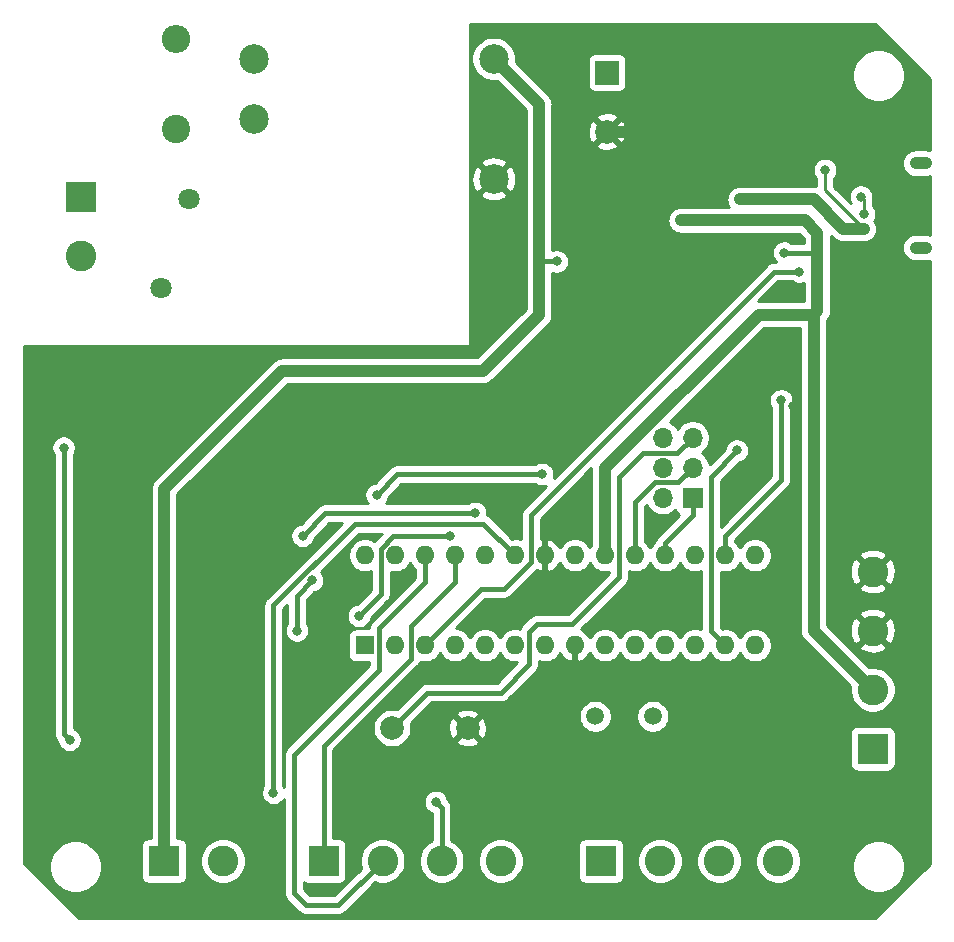
<source format=gbr>
%TF.GenerationSoftware,KiCad,Pcbnew,(5.1.6)-1*%
%TF.CreationDate,2021-11-03T21:47:23-07:00*%
%TF.ProjectId,well-monitor,77656c6c-2d6d-46f6-9e69-746f722e6b69,rev?*%
%TF.SameCoordinates,Original*%
%TF.FileFunction,Copper,L2,Bot*%
%TF.FilePolarity,Positive*%
%FSLAX46Y46*%
G04 Gerber Fmt 4.6, Leading zero omitted, Abs format (unit mm)*
G04 Created by KiCad (PCBNEW (5.1.6)-1) date 2021-11-03 21:47:23*
%MOMM*%
%LPD*%
G01*
G04 APERTURE LIST*
%TA.AperFunction,ComponentPad*%
%ADD10O,2.400000X2.400000*%
%TD*%
%TA.AperFunction,ComponentPad*%
%ADD11C,2.400000*%
%TD*%
%TA.AperFunction,ComponentPad*%
%ADD12O,1.900000X1.050000*%
%TD*%
%TA.AperFunction,ComponentPad*%
%ADD13C,2.600000*%
%TD*%
%TA.AperFunction,ComponentPad*%
%ADD14R,2.600000X2.600000*%
%TD*%
%TA.AperFunction,ComponentPad*%
%ADD15C,1.800000*%
%TD*%
%TA.AperFunction,ComponentPad*%
%ADD16C,2.000000*%
%TD*%
%TA.AperFunction,ComponentPad*%
%ADD17R,2.000000X2.000000*%
%TD*%
%TA.AperFunction,ComponentPad*%
%ADD18C,1.500000*%
%TD*%
%TA.AperFunction,ComponentPad*%
%ADD19C,2.500000*%
%TD*%
%TA.AperFunction,ComponentPad*%
%ADD20O,1.700000X1.700000*%
%TD*%
%TA.AperFunction,ComponentPad*%
%ADD21R,1.700000X1.700000*%
%TD*%
%TA.AperFunction,ComponentPad*%
%ADD22O,1.600000X1.600000*%
%TD*%
%TA.AperFunction,ComponentPad*%
%ADD23R,1.600000X1.600000*%
%TD*%
%TA.AperFunction,ViaPad*%
%ADD24C,0.800000*%
%TD*%
%TA.AperFunction,Conductor*%
%ADD25C,1.000000*%
%TD*%
%TA.AperFunction,Conductor*%
%ADD26C,0.400000*%
%TD*%
%TA.AperFunction,Conductor*%
%ADD27C,0.250000*%
%TD*%
%TA.AperFunction,Conductor*%
%ADD28C,0.254000*%
%TD*%
G04 APERTURE END LIST*
D10*
%TO.P,R6,2*%
%TO.N,Net-(R6-Pad2)*%
X108500000Y-45880000D03*
D11*
%TO.P,R6,1*%
%TO.N,Net-(F1-Pad1)*%
X108500000Y-53500000D03*
%TD*%
D12*
%TO.P,J6,6*%
%TO.N,Net-(J6-Pad6)*%
X171550000Y-56425000D03*
X171550000Y-63575000D03*
%TD*%
D13*
%TO.P,J8,2*%
%TO.N,/DEPTH_SENSE*%
X112500000Y-115500000D03*
D14*
%TO.P,J8,1*%
%TO.N,+24V*%
X107500000Y-115500000D03*
%TD*%
D13*
%TO.P,J5,2*%
%TO.N,Net-(J5-Pad2)*%
X100500000Y-64250000D03*
D14*
%TO.P,J5,1*%
%TO.N,Net-(F1-Pad2)*%
X100500000Y-59250000D03*
%TD*%
D13*
%TO.P,J3,4*%
%TO.N,/GPIO_7*%
X159500000Y-115500000D03*
%TO.P,J3,3*%
%TO.N,/GPIO_6*%
X154500000Y-115500000D03*
%TO.P,J3,2*%
%TO.N,/GPIO_5*%
X149500000Y-115500000D03*
D14*
%TO.P,J3,1*%
%TO.N,/GPIO_4*%
X144500000Y-115500000D03*
%TD*%
D13*
%TO.P,J2,4*%
%TO.N,/GPIO_3*%
X136000000Y-115500000D03*
%TO.P,J2,3*%
%TO.N,/GPIO_2*%
X131000000Y-115500000D03*
%TO.P,J2,2*%
%TO.N,/GPIO_1*%
X126000000Y-115500000D03*
D14*
%TO.P,J2,1*%
%TO.N,/GPIO_0*%
X121000000Y-115500000D03*
%TD*%
D13*
%TO.P,J1,4*%
%TO.N,GND*%
X167500000Y-91000000D03*
%TO.P,J1,3*%
X167500000Y-96000000D03*
%TO.P,J1,2*%
%TO.N,+3V3*%
X167500000Y-101000000D03*
D14*
%TO.P,J1,1*%
X167500000Y-106000000D03*
%TD*%
D15*
%TO.P,RV1,2*%
%TO.N,Net-(F1-Pad1)*%
X109650000Y-59500000D03*
%TO.P,RV1,1*%
%TO.N,Net-(J5-Pad2)*%
X107250000Y-67000000D03*
%TD*%
D16*
%TO.P,C16,2*%
%TO.N,GND*%
X145000000Y-53750000D03*
D17*
%TO.P,C16,1*%
%TO.N,+24V*%
X145000000Y-48750000D03*
%TD*%
D18*
%TO.P,Y2,2*%
%TO.N,Net-(C14-Pad1)*%
X148880000Y-103250000D03*
%TO.P,Y2,1*%
%TO.N,Net-(C13-Pad2)*%
X144000000Y-103250000D03*
%TD*%
D19*
%TO.P,U2,5*%
%TO.N,+24V*%
X135410000Y-47590000D03*
%TO.P,U2,2*%
%TO.N,Net-(R6-Pad2)*%
X115090000Y-52670000D03*
%TO.P,U2,1*%
%TO.N,Net-(J5-Pad2)*%
X115090000Y-47590000D03*
%TO.P,U2,4*%
%TO.N,GND*%
X135410000Y-57750000D03*
%TD*%
D16*
%TO.P,SW1,2*%
%TO.N,GND*%
X133200000Y-104250000D03*
%TO.P,SW1,1*%
%TO.N,/~RESET*%
X126800000Y-104250000D03*
%TD*%
D20*
%TO.P,J4,6*%
%TO.N,GND*%
X149710000Y-79670000D03*
%TO.P,J4,5*%
%TO.N,/~RESET*%
X152250000Y-79670000D03*
%TO.P,J4,4*%
%TO.N,/SDO*%
X149710000Y-82210000D03*
%TO.P,J4,3*%
%TO.N,/SCK*%
X152250000Y-82210000D03*
%TO.P,J4,2*%
%TO.N,+3V3*%
X149710000Y-84750000D03*
D21*
%TO.P,J4,1*%
%TO.N,/SDI*%
X152250000Y-84750000D03*
%TD*%
D22*
%TO.P,U1,28*%
%TO.N,/GPIO_3*%
X124500000Y-89630000D03*
%TO.P,U1,14*%
%TO.N,Net-(D4-Pad2)*%
X157520000Y-97250000D03*
%TO.P,U1,27*%
%TO.N,/GPIO_2*%
X127040000Y-89630000D03*
%TO.P,U1,13*%
%TO.N,/SD_~DET*%
X154980000Y-97250000D03*
%TO.P,U1,26*%
%TO.N,/GPIO_1*%
X129580000Y-89630000D03*
%TO.P,U1,12*%
%TO.N,/GPIO_7*%
X152440000Y-97250000D03*
%TO.P,U1,25*%
%TO.N,/GPIO_0*%
X132120000Y-89630000D03*
%TO.P,U1,11*%
%TO.N,/GPIO_6*%
X149900000Y-97250000D03*
%TO.P,U1,24*%
%TO.N,N/C*%
X134660000Y-89630000D03*
%TO.P,U1,10*%
%TO.N,Net-(C14-Pad1)*%
X147360000Y-97250000D03*
%TO.P,U1,23*%
%TO.N,/DEPTH_SENSE*%
X137200000Y-89630000D03*
%TO.P,U1,9*%
%TO.N,Net-(C13-Pad2)*%
X144820000Y-97250000D03*
%TO.P,U1,22*%
%TO.N,GND*%
X139740000Y-89630000D03*
%TO.P,U1,8*%
X142280000Y-97250000D03*
%TO.P,U1,21*%
%TO.N,Net-(C7-Pad2)*%
X142280000Y-89630000D03*
%TO.P,U1,7*%
%TO.N,+3V3*%
X139740000Y-97250000D03*
%TO.P,U1,20*%
X144820000Y-89630000D03*
%TO.P,U1,6*%
%TO.N,/GPIO_5*%
X137200000Y-97250000D03*
%TO.P,U1,19*%
%TO.N,/SCK*%
X147360000Y-89630000D03*
%TO.P,U1,5*%
%TO.N,/GPIO_4*%
X134660000Y-97250000D03*
%TO.P,U1,18*%
%TO.N,/SDI*%
X149900000Y-89630000D03*
%TO.P,U1,4*%
%TO.N,/RTC_MFP*%
X132120000Y-97250000D03*
%TO.P,U1,17*%
%TO.N,/SDO*%
X152440000Y-89630000D03*
%TO.P,U1,3*%
%TO.N,/TX*%
X129580000Y-97250000D03*
%TO.P,U1,16*%
%TO.N,/~CS*%
X154980000Y-89630000D03*
%TO.P,U1,2*%
%TO.N,/RX*%
X127040000Y-97250000D03*
%TO.P,U1,15*%
%TO.N,N/C*%
X157520000Y-89630000D03*
D23*
%TO.P,U1,1*%
%TO.N,/~RESET*%
X124500000Y-97250000D03*
%TD*%
D24*
%TO.N,GND*%
X122000000Y-91500000D03*
X149500000Y-93500000D03*
X160500000Y-71500000D03*
X160500000Y-67500000D03*
X166500000Y-69750000D03*
X119250000Y-100750000D03*
X114500000Y-100750000D03*
X149000000Y-87250000D03*
X160750000Y-77000000D03*
X142000000Y-61000000D03*
X142000000Y-59500000D03*
X142000000Y-56750000D03*
X142000000Y-55000000D03*
X142000000Y-67250000D03*
X142000000Y-68750000D03*
X142000000Y-70250000D03*
X141000000Y-72000000D03*
X139750000Y-73250000D03*
X138250000Y-74500000D03*
X115250000Y-106750000D03*
X115250000Y-105250000D03*
X113750000Y-105250000D03*
X112500000Y-105250000D03*
X146000000Y-76250000D03*
X143500000Y-78500000D03*
X141250000Y-80750000D03*
X137250000Y-84750000D03*
X168750000Y-66000000D03*
%TO.N,+3V3*%
X151250000Y-61250000D03*
X125500000Y-84500000D03*
X139500000Y-82750000D03*
X118750000Y-96000000D03*
X120037500Y-91750000D03*
X160000000Y-64000000D03*
X162500000Y-85250000D03*
X162500000Y-78500000D03*
%TO.N,Net-(BT1-Pad1)*%
X99500000Y-105250000D03*
X99000000Y-80500000D03*
%TO.N,/DTR*%
X124000000Y-94750000D03*
X131750000Y-88000000D03*
%TO.N,+5V*%
X166750000Y-62000000D03*
X163474980Y-57000000D03*
X156250000Y-59500000D03*
%TO.N,+24V*%
X140750000Y-64750000D03*
%TO.N,/DEPTH_SENSE*%
X116750000Y-109750000D03*
%TO.N,/GPIO_2*%
X130500000Y-110500000D03*
%TO.N,Net-(J6-Pad2)*%
X166750000Y-60750000D03*
X166500000Y-59250000D03*
%TO.N,/~CS*%
X159750000Y-76500000D03*
%TO.N,/SD_~DET*%
X156000000Y-80750000D03*
%TO.N,/RTC_MFP*%
X119222512Y-87972512D03*
X133843037Y-86038349D03*
%TO.N,/TX*%
X161260797Y-65607818D03*
%TD*%
D25*
%TO.N,GND*%
X167500000Y-53750000D02*
X145000000Y-53750000D01*
X168750000Y-66000000D02*
X168750000Y-55000000D01*
X168750000Y-55000000D02*
X167500000Y-53750000D01*
%TO.N,+3V3*%
X144820000Y-82265998D02*
X144820000Y-89630000D01*
X157835998Y-69250000D02*
X144820000Y-82265998D01*
X162500000Y-69250000D02*
X157835998Y-69250000D01*
D26*
X125500000Y-84500000D02*
X127250000Y-82750000D01*
X127250000Y-82750000D02*
X139500000Y-82750000D01*
X118750000Y-93037500D02*
X120037500Y-91750000D01*
X118750000Y-96000000D02*
X118750000Y-93037500D01*
D25*
X162500000Y-69250000D02*
X162818716Y-68931284D01*
X161750000Y-61250000D02*
X151250000Y-61250000D01*
X162818716Y-62318716D02*
X161750000Y-61250000D01*
D26*
X162750000Y-64000000D02*
X162818716Y-63931284D01*
X160000000Y-64000000D02*
X162750000Y-64000000D01*
D25*
X162818716Y-68931284D02*
X162818716Y-63931284D01*
X162818716Y-63931284D02*
X162818716Y-62318716D01*
X162500000Y-96000000D02*
X162500000Y-85250000D01*
X167500000Y-101000000D02*
X162500000Y-96000000D01*
X162500000Y-85250000D02*
X162500000Y-78500000D01*
X162500000Y-69250000D02*
X162500000Y-78500000D01*
D26*
%TO.N,Net-(BT1-Pad1)*%
X99500000Y-105250000D02*
X99000000Y-104750000D01*
X99000000Y-104750000D02*
X99000000Y-80500000D01*
%TO.N,/~RESET*%
X152250000Y-79670000D02*
X150920000Y-81000000D01*
X150879999Y-80959999D02*
X148040001Y-80959999D01*
X150920000Y-81000000D02*
X150879999Y-80959999D01*
X146020001Y-82979999D02*
X146020001Y-91479999D01*
X148040001Y-80959999D02*
X146020001Y-82979999D01*
X142050012Y-95449988D02*
X139050012Y-95449988D01*
X146020001Y-91479999D02*
X142050012Y-95449988D01*
X138400001Y-96099999D02*
X138400001Y-98849999D01*
X139050012Y-95449988D02*
X138400001Y-96099999D01*
X138400001Y-98849999D02*
X136000000Y-101250000D01*
X129800000Y-101250000D02*
X126800000Y-104250000D01*
X136000000Y-101250000D02*
X129800000Y-101250000D01*
%TO.N,/DTR*%
X125839999Y-89053999D02*
X126893998Y-88000000D01*
X126893998Y-88000000D02*
X131750000Y-88000000D01*
X124000000Y-94750000D02*
X125839999Y-92910001D01*
X125839999Y-92910001D02*
X125839999Y-89053999D01*
D27*
%TO.N,+5V*%
X163474980Y-58724980D02*
X163474980Y-57000000D01*
X166750000Y-62000000D02*
X163474980Y-58724980D01*
D25*
X156250000Y-59500000D02*
X162500000Y-59500000D01*
X165000000Y-62000000D02*
X166750000Y-62000000D01*
X162500000Y-59500000D02*
X165000000Y-62000000D01*
%TO.N,+24V*%
X107500000Y-115500000D02*
X107500000Y-84000000D01*
X107500000Y-84000000D02*
X117500000Y-74000000D01*
X117500000Y-74000000D02*
X134500000Y-74000000D01*
X134500000Y-74000000D02*
X139250000Y-69250000D01*
X139250000Y-51430000D02*
X135410000Y-47590000D01*
D26*
X139500000Y-64750000D02*
X139250000Y-65000000D01*
X140750000Y-64750000D02*
X139500000Y-64750000D01*
D25*
X139250000Y-69250000D02*
X139250000Y-65000000D01*
X139250000Y-65000000D02*
X139250000Y-51430000D01*
D26*
%TO.N,/DEPTH_SENSE*%
X134519998Y-86949998D02*
X137200000Y-89630000D01*
X116750000Y-109750000D02*
X116750000Y-93853496D01*
X116750000Y-93853496D02*
X123653498Y-86949998D01*
X123653498Y-86949998D02*
X134519998Y-86949998D01*
%TO.N,/GPIO_2*%
X131000000Y-115500000D02*
X131000000Y-111000000D01*
X131000000Y-111000000D02*
X130500000Y-110500000D01*
%TO.N,/GPIO_1*%
X129580000Y-89630000D02*
X129580000Y-91920000D01*
X125700001Y-95799999D02*
X125700001Y-99299999D01*
X129580000Y-91920000D02*
X125700001Y-95799999D01*
X125700001Y-99299999D02*
X118500000Y-106500000D01*
X118500000Y-106500000D02*
X118500000Y-118250000D01*
X118500000Y-118250000D02*
X119500000Y-119250000D01*
X122250000Y-119250000D02*
X126000000Y-115500000D01*
X119500000Y-119250000D02*
X122250000Y-119250000D01*
%TO.N,/GPIO_0*%
X121000000Y-115500000D02*
X121000000Y-105750000D01*
X128379999Y-98370001D02*
X128379999Y-95620001D01*
X121000000Y-105750000D02*
X128379999Y-98370001D01*
X132120000Y-91880000D02*
X132120000Y-89630000D01*
X128379999Y-95620001D02*
X132120000Y-91880000D01*
%TO.N,/SCK*%
X147360000Y-89630000D02*
X147360000Y-85140000D01*
X150999999Y-83460001D02*
X152250000Y-82210000D01*
X149039999Y-83460001D02*
X150999999Y-83460001D01*
X147360000Y-85140000D02*
X149039999Y-83460001D01*
%TO.N,/SDI*%
X152250000Y-84750000D02*
X152250000Y-86250000D01*
X149900000Y-88600000D02*
X149900000Y-89630000D01*
X152250000Y-86250000D02*
X149900000Y-88600000D01*
D27*
%TO.N,Net-(J6-Pad2)*%
X166750000Y-60750000D02*
X166750000Y-59500000D01*
X166750000Y-59500000D02*
X166500000Y-59250000D01*
D26*
%TO.N,/~CS*%
X154980000Y-88020000D02*
X154980000Y-89630000D01*
X159750000Y-83250000D02*
X154980000Y-88020000D01*
X159750000Y-76500000D02*
X159750000Y-83250000D01*
%TO.N,/SD_~DET*%
X153779999Y-96049999D02*
X153779999Y-82970001D01*
X154980000Y-97250000D02*
X153779999Y-96049999D01*
X153779999Y-82970001D02*
X156000000Y-80750000D01*
%TO.N,/RTC_MFP*%
X121156675Y-86038349D02*
X133843037Y-86038349D01*
X119222512Y-87972512D02*
X121156675Y-86038349D01*
%TO.N,/TX*%
X138539999Y-86210001D02*
X159142182Y-65607818D01*
X136250000Y-92500000D02*
X138539999Y-90210001D01*
X134330000Y-92500000D02*
X136250000Y-92500000D01*
X159142182Y-65607818D02*
X161260797Y-65607818D01*
X129580000Y-97250000D02*
X134330000Y-92500000D01*
X138539999Y-90210001D02*
X138539999Y-86210001D01*
%TD*%
D28*
%TO.N,GND*%
G36*
X172340000Y-49273381D02*
G01*
X172340000Y-55323526D01*
X172202400Y-55281785D01*
X172031979Y-55265000D01*
X171068021Y-55265000D01*
X170897600Y-55281785D01*
X170678940Y-55348115D01*
X170477421Y-55455829D01*
X170300788Y-55600788D01*
X170155829Y-55777421D01*
X170048115Y-55978940D01*
X169981785Y-56197600D01*
X169959388Y-56425000D01*
X169981785Y-56652400D01*
X170048115Y-56871060D01*
X170155829Y-57072579D01*
X170300788Y-57249212D01*
X170477421Y-57394171D01*
X170678940Y-57501885D01*
X170897600Y-57568215D01*
X171068021Y-57585000D01*
X172031979Y-57585000D01*
X172202400Y-57568215D01*
X172340000Y-57526474D01*
X172340000Y-62473526D01*
X172202400Y-62431785D01*
X172031979Y-62415000D01*
X171068021Y-62415000D01*
X170897600Y-62431785D01*
X170678940Y-62498115D01*
X170477421Y-62605829D01*
X170300788Y-62750788D01*
X170155829Y-62927421D01*
X170048115Y-63128940D01*
X169981785Y-63347600D01*
X169959388Y-63575000D01*
X169981785Y-63802400D01*
X170048115Y-64021060D01*
X170155829Y-64222579D01*
X170300788Y-64399212D01*
X170477421Y-64544171D01*
X170678940Y-64651885D01*
X170897600Y-64718215D01*
X171068021Y-64735000D01*
X172031979Y-64735000D01*
X172202400Y-64718215D01*
X172340000Y-64676474D01*
X172340001Y-115726618D01*
X167726620Y-120340000D01*
X100273381Y-120340000D01*
X95713253Y-115779872D01*
X97765000Y-115779872D01*
X97765000Y-116220128D01*
X97850890Y-116651925D01*
X98019369Y-117058669D01*
X98263962Y-117424729D01*
X98575271Y-117736038D01*
X98941331Y-117980631D01*
X99348075Y-118149110D01*
X99779872Y-118235000D01*
X100220128Y-118235000D01*
X100651925Y-118149110D01*
X101058669Y-117980631D01*
X101424729Y-117736038D01*
X101736038Y-117424729D01*
X101980631Y-117058669D01*
X102149110Y-116651925D01*
X102235000Y-116220128D01*
X102235000Y-115779872D01*
X102149110Y-115348075D01*
X101980631Y-114941331D01*
X101736038Y-114575271D01*
X101424729Y-114263962D01*
X101329003Y-114200000D01*
X105561928Y-114200000D01*
X105561928Y-116800000D01*
X105574188Y-116924482D01*
X105610498Y-117044180D01*
X105669463Y-117154494D01*
X105748815Y-117251185D01*
X105845506Y-117330537D01*
X105955820Y-117389502D01*
X106075518Y-117425812D01*
X106200000Y-117438072D01*
X108800000Y-117438072D01*
X108924482Y-117425812D01*
X109044180Y-117389502D01*
X109154494Y-117330537D01*
X109251185Y-117251185D01*
X109330537Y-117154494D01*
X109389502Y-117044180D01*
X109425812Y-116924482D01*
X109438072Y-116800000D01*
X109438072Y-115309419D01*
X110565000Y-115309419D01*
X110565000Y-115690581D01*
X110639361Y-116064419D01*
X110785225Y-116416566D01*
X110996987Y-116733491D01*
X111266509Y-117003013D01*
X111583434Y-117214775D01*
X111935581Y-117360639D01*
X112309419Y-117435000D01*
X112690581Y-117435000D01*
X113064419Y-117360639D01*
X113416566Y-117214775D01*
X113733491Y-117003013D01*
X114003013Y-116733491D01*
X114214775Y-116416566D01*
X114360639Y-116064419D01*
X114435000Y-115690581D01*
X114435000Y-115309419D01*
X114360639Y-114935581D01*
X114214775Y-114583434D01*
X114003013Y-114266509D01*
X113733491Y-113996987D01*
X113416566Y-113785225D01*
X113064419Y-113639361D01*
X112690581Y-113565000D01*
X112309419Y-113565000D01*
X111935581Y-113639361D01*
X111583434Y-113785225D01*
X111266509Y-113996987D01*
X110996987Y-114266509D01*
X110785225Y-114583434D01*
X110639361Y-114935581D01*
X110565000Y-115309419D01*
X109438072Y-115309419D01*
X109438072Y-114200000D01*
X109425812Y-114075518D01*
X109389502Y-113955820D01*
X109330537Y-113845506D01*
X109251185Y-113748815D01*
X109154494Y-113669463D01*
X109044180Y-113610498D01*
X108924482Y-113574188D01*
X108800000Y-113561928D01*
X108635000Y-113561928D01*
X108635000Y-109648061D01*
X115715000Y-109648061D01*
X115715000Y-109851939D01*
X115754774Y-110051898D01*
X115832795Y-110240256D01*
X115946063Y-110409774D01*
X116090226Y-110553937D01*
X116259744Y-110667205D01*
X116448102Y-110745226D01*
X116648061Y-110785000D01*
X116851939Y-110785000D01*
X117051898Y-110745226D01*
X117240256Y-110667205D01*
X117409774Y-110553937D01*
X117553937Y-110409774D01*
X117665000Y-110243556D01*
X117665001Y-118208971D01*
X117660960Y-118250000D01*
X117677082Y-118413688D01*
X117724828Y-118571086D01*
X117802364Y-118716145D01*
X117802365Y-118716146D01*
X117906710Y-118843291D01*
X117938574Y-118869441D01*
X118880563Y-119811432D01*
X118906709Y-119843291D01*
X119033854Y-119947636D01*
X119178913Y-120025172D01*
X119336311Y-120072918D01*
X119458981Y-120085000D01*
X119458982Y-120085000D01*
X119500000Y-120089040D01*
X119541018Y-120085000D01*
X122208982Y-120085000D01*
X122250000Y-120089040D01*
X122291018Y-120085000D01*
X122291019Y-120085000D01*
X122413689Y-120072918D01*
X122571087Y-120025172D01*
X122716146Y-119947636D01*
X122843291Y-119843291D01*
X122869446Y-119811421D01*
X125354015Y-117326853D01*
X125435581Y-117360639D01*
X125809419Y-117435000D01*
X126190581Y-117435000D01*
X126564419Y-117360639D01*
X126916566Y-117214775D01*
X127233491Y-117003013D01*
X127503013Y-116733491D01*
X127714775Y-116416566D01*
X127860639Y-116064419D01*
X127935000Y-115690581D01*
X127935000Y-115309419D01*
X129065000Y-115309419D01*
X129065000Y-115690581D01*
X129139361Y-116064419D01*
X129285225Y-116416566D01*
X129496987Y-116733491D01*
X129766509Y-117003013D01*
X130083434Y-117214775D01*
X130435581Y-117360639D01*
X130809419Y-117435000D01*
X131190581Y-117435000D01*
X131564419Y-117360639D01*
X131916566Y-117214775D01*
X132233491Y-117003013D01*
X132503013Y-116733491D01*
X132714775Y-116416566D01*
X132860639Y-116064419D01*
X132935000Y-115690581D01*
X132935000Y-115309419D01*
X134065000Y-115309419D01*
X134065000Y-115690581D01*
X134139361Y-116064419D01*
X134285225Y-116416566D01*
X134496987Y-116733491D01*
X134766509Y-117003013D01*
X135083434Y-117214775D01*
X135435581Y-117360639D01*
X135809419Y-117435000D01*
X136190581Y-117435000D01*
X136564419Y-117360639D01*
X136916566Y-117214775D01*
X137233491Y-117003013D01*
X137503013Y-116733491D01*
X137714775Y-116416566D01*
X137860639Y-116064419D01*
X137935000Y-115690581D01*
X137935000Y-115309419D01*
X137860639Y-114935581D01*
X137714775Y-114583434D01*
X137503013Y-114266509D01*
X137436504Y-114200000D01*
X142561928Y-114200000D01*
X142561928Y-116800000D01*
X142574188Y-116924482D01*
X142610498Y-117044180D01*
X142669463Y-117154494D01*
X142748815Y-117251185D01*
X142845506Y-117330537D01*
X142955820Y-117389502D01*
X143075518Y-117425812D01*
X143200000Y-117438072D01*
X145800000Y-117438072D01*
X145924482Y-117425812D01*
X146044180Y-117389502D01*
X146154494Y-117330537D01*
X146251185Y-117251185D01*
X146330537Y-117154494D01*
X146389502Y-117044180D01*
X146425812Y-116924482D01*
X146438072Y-116800000D01*
X146438072Y-115309419D01*
X147565000Y-115309419D01*
X147565000Y-115690581D01*
X147639361Y-116064419D01*
X147785225Y-116416566D01*
X147996987Y-116733491D01*
X148266509Y-117003013D01*
X148583434Y-117214775D01*
X148935581Y-117360639D01*
X149309419Y-117435000D01*
X149690581Y-117435000D01*
X150064419Y-117360639D01*
X150416566Y-117214775D01*
X150733491Y-117003013D01*
X151003013Y-116733491D01*
X151214775Y-116416566D01*
X151360639Y-116064419D01*
X151435000Y-115690581D01*
X151435000Y-115309419D01*
X152565000Y-115309419D01*
X152565000Y-115690581D01*
X152639361Y-116064419D01*
X152785225Y-116416566D01*
X152996987Y-116733491D01*
X153266509Y-117003013D01*
X153583434Y-117214775D01*
X153935581Y-117360639D01*
X154309419Y-117435000D01*
X154690581Y-117435000D01*
X155064419Y-117360639D01*
X155416566Y-117214775D01*
X155733491Y-117003013D01*
X156003013Y-116733491D01*
X156214775Y-116416566D01*
X156360639Y-116064419D01*
X156435000Y-115690581D01*
X156435000Y-115309419D01*
X157565000Y-115309419D01*
X157565000Y-115690581D01*
X157639361Y-116064419D01*
X157785225Y-116416566D01*
X157996987Y-116733491D01*
X158266509Y-117003013D01*
X158583434Y-117214775D01*
X158935581Y-117360639D01*
X159309419Y-117435000D01*
X159690581Y-117435000D01*
X160064419Y-117360639D01*
X160416566Y-117214775D01*
X160733491Y-117003013D01*
X161003013Y-116733491D01*
X161214775Y-116416566D01*
X161360639Y-116064419D01*
X161417238Y-115779872D01*
X165765000Y-115779872D01*
X165765000Y-116220128D01*
X165850890Y-116651925D01*
X166019369Y-117058669D01*
X166263962Y-117424729D01*
X166575271Y-117736038D01*
X166941331Y-117980631D01*
X167348075Y-118149110D01*
X167779872Y-118235000D01*
X168220128Y-118235000D01*
X168651925Y-118149110D01*
X169058669Y-117980631D01*
X169424729Y-117736038D01*
X169736038Y-117424729D01*
X169980631Y-117058669D01*
X170149110Y-116651925D01*
X170235000Y-116220128D01*
X170235000Y-115779872D01*
X170149110Y-115348075D01*
X169980631Y-114941331D01*
X169736038Y-114575271D01*
X169424729Y-114263962D01*
X169058669Y-114019369D01*
X168651925Y-113850890D01*
X168220128Y-113765000D01*
X167779872Y-113765000D01*
X167348075Y-113850890D01*
X166941331Y-114019369D01*
X166575271Y-114263962D01*
X166263962Y-114575271D01*
X166019369Y-114941331D01*
X165850890Y-115348075D01*
X165765000Y-115779872D01*
X161417238Y-115779872D01*
X161435000Y-115690581D01*
X161435000Y-115309419D01*
X161360639Y-114935581D01*
X161214775Y-114583434D01*
X161003013Y-114266509D01*
X160733491Y-113996987D01*
X160416566Y-113785225D01*
X160064419Y-113639361D01*
X159690581Y-113565000D01*
X159309419Y-113565000D01*
X158935581Y-113639361D01*
X158583434Y-113785225D01*
X158266509Y-113996987D01*
X157996987Y-114266509D01*
X157785225Y-114583434D01*
X157639361Y-114935581D01*
X157565000Y-115309419D01*
X156435000Y-115309419D01*
X156360639Y-114935581D01*
X156214775Y-114583434D01*
X156003013Y-114266509D01*
X155733491Y-113996987D01*
X155416566Y-113785225D01*
X155064419Y-113639361D01*
X154690581Y-113565000D01*
X154309419Y-113565000D01*
X153935581Y-113639361D01*
X153583434Y-113785225D01*
X153266509Y-113996987D01*
X152996987Y-114266509D01*
X152785225Y-114583434D01*
X152639361Y-114935581D01*
X152565000Y-115309419D01*
X151435000Y-115309419D01*
X151360639Y-114935581D01*
X151214775Y-114583434D01*
X151003013Y-114266509D01*
X150733491Y-113996987D01*
X150416566Y-113785225D01*
X150064419Y-113639361D01*
X149690581Y-113565000D01*
X149309419Y-113565000D01*
X148935581Y-113639361D01*
X148583434Y-113785225D01*
X148266509Y-113996987D01*
X147996987Y-114266509D01*
X147785225Y-114583434D01*
X147639361Y-114935581D01*
X147565000Y-115309419D01*
X146438072Y-115309419D01*
X146438072Y-114200000D01*
X146425812Y-114075518D01*
X146389502Y-113955820D01*
X146330537Y-113845506D01*
X146251185Y-113748815D01*
X146154494Y-113669463D01*
X146044180Y-113610498D01*
X145924482Y-113574188D01*
X145800000Y-113561928D01*
X143200000Y-113561928D01*
X143075518Y-113574188D01*
X142955820Y-113610498D01*
X142845506Y-113669463D01*
X142748815Y-113748815D01*
X142669463Y-113845506D01*
X142610498Y-113955820D01*
X142574188Y-114075518D01*
X142561928Y-114200000D01*
X137436504Y-114200000D01*
X137233491Y-113996987D01*
X136916566Y-113785225D01*
X136564419Y-113639361D01*
X136190581Y-113565000D01*
X135809419Y-113565000D01*
X135435581Y-113639361D01*
X135083434Y-113785225D01*
X134766509Y-113996987D01*
X134496987Y-114266509D01*
X134285225Y-114583434D01*
X134139361Y-114935581D01*
X134065000Y-115309419D01*
X132935000Y-115309419D01*
X132860639Y-114935581D01*
X132714775Y-114583434D01*
X132503013Y-114266509D01*
X132233491Y-113996987D01*
X131916566Y-113785225D01*
X131835000Y-113751439D01*
X131835000Y-111041018D01*
X131839040Y-111000000D01*
X131822918Y-110836312D01*
X131818300Y-110821086D01*
X131775172Y-110678913D01*
X131697636Y-110533854D01*
X131593291Y-110406709D01*
X131561426Y-110380558D01*
X131524092Y-110343225D01*
X131495226Y-110198102D01*
X131417205Y-110009744D01*
X131303937Y-109840226D01*
X131159774Y-109696063D01*
X130990256Y-109582795D01*
X130801898Y-109504774D01*
X130601939Y-109465000D01*
X130398061Y-109465000D01*
X130198102Y-109504774D01*
X130009744Y-109582795D01*
X129840226Y-109696063D01*
X129696063Y-109840226D01*
X129582795Y-110009744D01*
X129504774Y-110198102D01*
X129465000Y-110398061D01*
X129465000Y-110601939D01*
X129504774Y-110801898D01*
X129582795Y-110990256D01*
X129696063Y-111159774D01*
X129840226Y-111303937D01*
X130009744Y-111417205D01*
X130165001Y-111481515D01*
X130165000Y-113751439D01*
X130083434Y-113785225D01*
X129766509Y-113996987D01*
X129496987Y-114266509D01*
X129285225Y-114583434D01*
X129139361Y-114935581D01*
X129065000Y-115309419D01*
X127935000Y-115309419D01*
X127860639Y-114935581D01*
X127714775Y-114583434D01*
X127503013Y-114266509D01*
X127233491Y-113996987D01*
X126916566Y-113785225D01*
X126564419Y-113639361D01*
X126190581Y-113565000D01*
X125809419Y-113565000D01*
X125435581Y-113639361D01*
X125083434Y-113785225D01*
X124766509Y-113996987D01*
X124496987Y-114266509D01*
X124285225Y-114583434D01*
X124139361Y-114935581D01*
X124065000Y-115309419D01*
X124065000Y-115690581D01*
X124139361Y-116064419D01*
X124173147Y-116145985D01*
X121904133Y-118415000D01*
X119845868Y-118415000D01*
X119335000Y-117904132D01*
X119335000Y-117321915D01*
X119345506Y-117330537D01*
X119455820Y-117389502D01*
X119575518Y-117425812D01*
X119700000Y-117438072D01*
X122300000Y-117438072D01*
X122424482Y-117425812D01*
X122544180Y-117389502D01*
X122654494Y-117330537D01*
X122751185Y-117251185D01*
X122830537Y-117154494D01*
X122889502Y-117044180D01*
X122925812Y-116924482D01*
X122938072Y-116800000D01*
X122938072Y-114200000D01*
X122925812Y-114075518D01*
X122889502Y-113955820D01*
X122830537Y-113845506D01*
X122751185Y-113748815D01*
X122654494Y-113669463D01*
X122544180Y-113610498D01*
X122424482Y-113574188D01*
X122300000Y-113561928D01*
X121835000Y-113561928D01*
X121835000Y-106095867D01*
X128941432Y-98989437D01*
X128973290Y-98963292D01*
X129077635Y-98836147D01*
X129155171Y-98691088D01*
X129173045Y-98632164D01*
X129438665Y-98685000D01*
X129721335Y-98685000D01*
X129998574Y-98629853D01*
X130259727Y-98521680D01*
X130494759Y-98364637D01*
X130694637Y-98164759D01*
X130850000Y-97932241D01*
X131005363Y-98164759D01*
X131205241Y-98364637D01*
X131440273Y-98521680D01*
X131701426Y-98629853D01*
X131978665Y-98685000D01*
X132261335Y-98685000D01*
X132538574Y-98629853D01*
X132799727Y-98521680D01*
X133034759Y-98364637D01*
X133234637Y-98164759D01*
X133390000Y-97932241D01*
X133545363Y-98164759D01*
X133745241Y-98364637D01*
X133980273Y-98521680D01*
X134241426Y-98629853D01*
X134518665Y-98685000D01*
X134801335Y-98685000D01*
X135078574Y-98629853D01*
X135339727Y-98521680D01*
X135574759Y-98364637D01*
X135774637Y-98164759D01*
X135930000Y-97932241D01*
X136085363Y-98164759D01*
X136285241Y-98364637D01*
X136520273Y-98521680D01*
X136781426Y-98629853D01*
X137058665Y-98685000D01*
X137341335Y-98685000D01*
X137394758Y-98674373D01*
X135654133Y-100415000D01*
X129841018Y-100415000D01*
X129800000Y-100410960D01*
X129758982Y-100415000D01*
X129758981Y-100415000D01*
X129636311Y-100427082D01*
X129478913Y-100474828D01*
X129333854Y-100552364D01*
X129206709Y-100656709D01*
X129180563Y-100688568D01*
X127205504Y-102663628D01*
X126961033Y-102615000D01*
X126638967Y-102615000D01*
X126323088Y-102677832D01*
X126025537Y-102801082D01*
X125757748Y-102980013D01*
X125530013Y-103207748D01*
X125351082Y-103475537D01*
X125227832Y-103773088D01*
X125165000Y-104088967D01*
X125165000Y-104411033D01*
X125227832Y-104726912D01*
X125351082Y-105024463D01*
X125530013Y-105292252D01*
X125757748Y-105519987D01*
X126025537Y-105698918D01*
X126323088Y-105822168D01*
X126638967Y-105885000D01*
X126961033Y-105885000D01*
X127276912Y-105822168D01*
X127574463Y-105698918D01*
X127842252Y-105519987D01*
X127976826Y-105385413D01*
X132244192Y-105385413D01*
X132339956Y-105649814D01*
X132629571Y-105790704D01*
X132941108Y-105872384D01*
X133262595Y-105891718D01*
X133581675Y-105847961D01*
X133886088Y-105742795D01*
X134060044Y-105649814D01*
X134155808Y-105385413D01*
X133200000Y-104429605D01*
X132244192Y-105385413D01*
X127976826Y-105385413D01*
X128069987Y-105292252D01*
X128248918Y-105024463D01*
X128372168Y-104726912D01*
X128435000Y-104411033D01*
X128435000Y-104312595D01*
X131558282Y-104312595D01*
X131602039Y-104631675D01*
X131707205Y-104936088D01*
X131800186Y-105110044D01*
X132064587Y-105205808D01*
X133020395Y-104250000D01*
X133379605Y-104250000D01*
X134335413Y-105205808D01*
X134599814Y-105110044D01*
X134740704Y-104820429D01*
X134772278Y-104700000D01*
X165561928Y-104700000D01*
X165561928Y-107300000D01*
X165574188Y-107424482D01*
X165610498Y-107544180D01*
X165669463Y-107654494D01*
X165748815Y-107751185D01*
X165845506Y-107830537D01*
X165955820Y-107889502D01*
X166075518Y-107925812D01*
X166200000Y-107938072D01*
X168800000Y-107938072D01*
X168924482Y-107925812D01*
X169044180Y-107889502D01*
X169154494Y-107830537D01*
X169251185Y-107751185D01*
X169330537Y-107654494D01*
X169389502Y-107544180D01*
X169425812Y-107424482D01*
X169438072Y-107300000D01*
X169438072Y-104700000D01*
X169425812Y-104575518D01*
X169389502Y-104455820D01*
X169330537Y-104345506D01*
X169251185Y-104248815D01*
X169154494Y-104169463D01*
X169044180Y-104110498D01*
X168924482Y-104074188D01*
X168800000Y-104061928D01*
X166200000Y-104061928D01*
X166075518Y-104074188D01*
X165955820Y-104110498D01*
X165845506Y-104169463D01*
X165748815Y-104248815D01*
X165669463Y-104345506D01*
X165610498Y-104455820D01*
X165574188Y-104575518D01*
X165561928Y-104700000D01*
X134772278Y-104700000D01*
X134822384Y-104508892D01*
X134841718Y-104187405D01*
X134797961Y-103868325D01*
X134692795Y-103563912D01*
X134599814Y-103389956D01*
X134335413Y-103294192D01*
X133379605Y-104250000D01*
X133020395Y-104250000D01*
X132064587Y-103294192D01*
X131800186Y-103389956D01*
X131659296Y-103679571D01*
X131577616Y-103991108D01*
X131558282Y-104312595D01*
X128435000Y-104312595D01*
X128435000Y-104088967D01*
X128386372Y-103844496D01*
X129116281Y-103114587D01*
X132244192Y-103114587D01*
X133200000Y-104070395D01*
X134155808Y-103114587D01*
X134155447Y-103113589D01*
X142615000Y-103113589D01*
X142615000Y-103386411D01*
X142668225Y-103653989D01*
X142772629Y-103906043D01*
X142924201Y-104132886D01*
X143117114Y-104325799D01*
X143343957Y-104477371D01*
X143596011Y-104581775D01*
X143863589Y-104635000D01*
X144136411Y-104635000D01*
X144403989Y-104581775D01*
X144656043Y-104477371D01*
X144882886Y-104325799D01*
X145075799Y-104132886D01*
X145227371Y-103906043D01*
X145331775Y-103653989D01*
X145385000Y-103386411D01*
X145385000Y-103113589D01*
X147495000Y-103113589D01*
X147495000Y-103386411D01*
X147548225Y-103653989D01*
X147652629Y-103906043D01*
X147804201Y-104132886D01*
X147997114Y-104325799D01*
X148223957Y-104477371D01*
X148476011Y-104581775D01*
X148743589Y-104635000D01*
X149016411Y-104635000D01*
X149283989Y-104581775D01*
X149536043Y-104477371D01*
X149762886Y-104325799D01*
X149955799Y-104132886D01*
X150107371Y-103906043D01*
X150211775Y-103653989D01*
X150265000Y-103386411D01*
X150265000Y-103113589D01*
X150211775Y-102846011D01*
X150107371Y-102593957D01*
X149955799Y-102367114D01*
X149762886Y-102174201D01*
X149536043Y-102022629D01*
X149283989Y-101918225D01*
X149016411Y-101865000D01*
X148743589Y-101865000D01*
X148476011Y-101918225D01*
X148223957Y-102022629D01*
X147997114Y-102174201D01*
X147804201Y-102367114D01*
X147652629Y-102593957D01*
X147548225Y-102846011D01*
X147495000Y-103113589D01*
X145385000Y-103113589D01*
X145331775Y-102846011D01*
X145227371Y-102593957D01*
X145075799Y-102367114D01*
X144882886Y-102174201D01*
X144656043Y-102022629D01*
X144403989Y-101918225D01*
X144136411Y-101865000D01*
X143863589Y-101865000D01*
X143596011Y-101918225D01*
X143343957Y-102022629D01*
X143117114Y-102174201D01*
X142924201Y-102367114D01*
X142772629Y-102593957D01*
X142668225Y-102846011D01*
X142615000Y-103113589D01*
X134155447Y-103113589D01*
X134060044Y-102850186D01*
X133770429Y-102709296D01*
X133458892Y-102627616D01*
X133137405Y-102608282D01*
X132818325Y-102652039D01*
X132513912Y-102757205D01*
X132339956Y-102850186D01*
X132244192Y-103114587D01*
X129116281Y-103114587D01*
X130145869Y-102085000D01*
X135958982Y-102085000D01*
X136000000Y-102089040D01*
X136041018Y-102085000D01*
X136041019Y-102085000D01*
X136163689Y-102072918D01*
X136321087Y-102025172D01*
X136466146Y-101947636D01*
X136593291Y-101843291D01*
X136619446Y-101811421D01*
X138961433Y-99469436D01*
X138993292Y-99443290D01*
X139097637Y-99316145D01*
X139175173Y-99171086D01*
X139222919Y-99013688D01*
X139235001Y-98891018D01*
X139239041Y-98849999D01*
X139235001Y-98808981D01*
X139235001Y-98594055D01*
X139321426Y-98629853D01*
X139598665Y-98685000D01*
X139881335Y-98685000D01*
X140158574Y-98629853D01*
X140419727Y-98521680D01*
X140654759Y-98364637D01*
X140854637Y-98164759D01*
X141011680Y-97929727D01*
X141016067Y-97919135D01*
X141127615Y-98105131D01*
X141316586Y-98313519D01*
X141542580Y-98481037D01*
X141796913Y-98601246D01*
X141930961Y-98641904D01*
X142153000Y-98519915D01*
X142153000Y-97377000D01*
X142133000Y-97377000D01*
X142133000Y-97123000D01*
X142153000Y-97123000D01*
X142153000Y-97103000D01*
X142407000Y-97103000D01*
X142407000Y-97123000D01*
X142427000Y-97123000D01*
X142427000Y-97377000D01*
X142407000Y-97377000D01*
X142407000Y-98519915D01*
X142629039Y-98641904D01*
X142763087Y-98601246D01*
X143017420Y-98481037D01*
X143243414Y-98313519D01*
X143432385Y-98105131D01*
X143543933Y-97919135D01*
X143548320Y-97929727D01*
X143705363Y-98164759D01*
X143905241Y-98364637D01*
X144140273Y-98521680D01*
X144401426Y-98629853D01*
X144678665Y-98685000D01*
X144961335Y-98685000D01*
X145238574Y-98629853D01*
X145499727Y-98521680D01*
X145734759Y-98364637D01*
X145934637Y-98164759D01*
X146090000Y-97932241D01*
X146245363Y-98164759D01*
X146445241Y-98364637D01*
X146680273Y-98521680D01*
X146941426Y-98629853D01*
X147218665Y-98685000D01*
X147501335Y-98685000D01*
X147778574Y-98629853D01*
X148039727Y-98521680D01*
X148274759Y-98364637D01*
X148474637Y-98164759D01*
X148630000Y-97932241D01*
X148785363Y-98164759D01*
X148985241Y-98364637D01*
X149220273Y-98521680D01*
X149481426Y-98629853D01*
X149758665Y-98685000D01*
X150041335Y-98685000D01*
X150318574Y-98629853D01*
X150579727Y-98521680D01*
X150814759Y-98364637D01*
X151014637Y-98164759D01*
X151170000Y-97932241D01*
X151325363Y-98164759D01*
X151525241Y-98364637D01*
X151760273Y-98521680D01*
X152021426Y-98629853D01*
X152298665Y-98685000D01*
X152581335Y-98685000D01*
X152858574Y-98629853D01*
X153119727Y-98521680D01*
X153354759Y-98364637D01*
X153554637Y-98164759D01*
X153710000Y-97932241D01*
X153865363Y-98164759D01*
X154065241Y-98364637D01*
X154300273Y-98521680D01*
X154561426Y-98629853D01*
X154838665Y-98685000D01*
X155121335Y-98685000D01*
X155398574Y-98629853D01*
X155659727Y-98521680D01*
X155894759Y-98364637D01*
X156094637Y-98164759D01*
X156250000Y-97932241D01*
X156405363Y-98164759D01*
X156605241Y-98364637D01*
X156840273Y-98521680D01*
X157101426Y-98629853D01*
X157378665Y-98685000D01*
X157661335Y-98685000D01*
X157938574Y-98629853D01*
X158199727Y-98521680D01*
X158434759Y-98364637D01*
X158634637Y-98164759D01*
X158791680Y-97929727D01*
X158899853Y-97668574D01*
X158955000Y-97391335D01*
X158955000Y-97108665D01*
X158899853Y-96831426D01*
X158791680Y-96570273D01*
X158634637Y-96335241D01*
X158434759Y-96135363D01*
X158199727Y-95978320D01*
X157938574Y-95870147D01*
X157661335Y-95815000D01*
X157378665Y-95815000D01*
X157101426Y-95870147D01*
X156840273Y-95978320D01*
X156605241Y-96135363D01*
X156405363Y-96335241D01*
X156250000Y-96567759D01*
X156094637Y-96335241D01*
X155894759Y-96135363D01*
X155659727Y-95978320D01*
X155398574Y-95870147D01*
X155121335Y-95815000D01*
X154838665Y-95815000D01*
X154744582Y-95833714D01*
X154614999Y-95704132D01*
X154614999Y-91020509D01*
X154838665Y-91065000D01*
X155121335Y-91065000D01*
X155398574Y-91009853D01*
X155659727Y-90901680D01*
X155894759Y-90744637D01*
X156094637Y-90544759D01*
X156250000Y-90312241D01*
X156405363Y-90544759D01*
X156605241Y-90744637D01*
X156840273Y-90901680D01*
X157101426Y-91009853D01*
X157378665Y-91065000D01*
X157661335Y-91065000D01*
X157938574Y-91009853D01*
X158199727Y-90901680D01*
X158434759Y-90744637D01*
X158634637Y-90544759D01*
X158791680Y-90309727D01*
X158899853Y-90048574D01*
X158955000Y-89771335D01*
X158955000Y-89488665D01*
X158899853Y-89211426D01*
X158791680Y-88950273D01*
X158634637Y-88715241D01*
X158434759Y-88515363D01*
X158199727Y-88358320D01*
X157938574Y-88250147D01*
X157661335Y-88195000D01*
X157378665Y-88195000D01*
X157101426Y-88250147D01*
X156840273Y-88358320D01*
X156605241Y-88515363D01*
X156405363Y-88715241D01*
X156250000Y-88947759D01*
X156094637Y-88715241D01*
X155894759Y-88515363D01*
X155815000Y-88462070D01*
X155815000Y-88365867D01*
X160311432Y-83869437D01*
X160343291Y-83843291D01*
X160371400Y-83809041D01*
X160447636Y-83716146D01*
X160525172Y-83571087D01*
X160558869Y-83460001D01*
X160572918Y-83413689D01*
X160585000Y-83291019D01*
X160585000Y-83291018D01*
X160589040Y-83250000D01*
X160585000Y-83208982D01*
X160585000Y-77113285D01*
X160667205Y-76990256D01*
X160745226Y-76801898D01*
X160785000Y-76601939D01*
X160785000Y-76398061D01*
X160745226Y-76198102D01*
X160667205Y-76009744D01*
X160553937Y-75840226D01*
X160409774Y-75696063D01*
X160240256Y-75582795D01*
X160051898Y-75504774D01*
X159851939Y-75465000D01*
X159648061Y-75465000D01*
X159448102Y-75504774D01*
X159259744Y-75582795D01*
X159090226Y-75696063D01*
X158946063Y-75840226D01*
X158832795Y-76009744D01*
X158754774Y-76198102D01*
X158715000Y-76398061D01*
X158715000Y-76601939D01*
X158754774Y-76801898D01*
X158832795Y-76990256D01*
X158915000Y-77113285D01*
X158915001Y-82904130D01*
X154614999Y-87204134D01*
X154614999Y-83315868D01*
X156156776Y-81774092D01*
X156301898Y-81745226D01*
X156490256Y-81667205D01*
X156659774Y-81553937D01*
X156803937Y-81409774D01*
X156917205Y-81240256D01*
X156995226Y-81051898D01*
X157035000Y-80851939D01*
X157035000Y-80648061D01*
X156995226Y-80448102D01*
X156917205Y-80259744D01*
X156803937Y-80090226D01*
X156659774Y-79946063D01*
X156490256Y-79832795D01*
X156301898Y-79754774D01*
X156101939Y-79715000D01*
X155898061Y-79715000D01*
X155698102Y-79754774D01*
X155509744Y-79832795D01*
X155340226Y-79946063D01*
X155196063Y-80090226D01*
X155082795Y-80259744D01*
X155004774Y-80448102D01*
X154975908Y-80593224D01*
X153696905Y-81872227D01*
X153677932Y-81776842D01*
X153565990Y-81506589D01*
X153403475Y-81263368D01*
X153196632Y-81056525D01*
X153022240Y-80940000D01*
X153196632Y-80823475D01*
X153403475Y-80616632D01*
X153565990Y-80373411D01*
X153677932Y-80103158D01*
X153735000Y-79816260D01*
X153735000Y-79523740D01*
X153677932Y-79236842D01*
X153565990Y-78966589D01*
X153403475Y-78723368D01*
X153196632Y-78516525D01*
X152953411Y-78354010D01*
X152683158Y-78242068D01*
X152396260Y-78185000D01*
X152103740Y-78185000D01*
X151816842Y-78242068D01*
X151546589Y-78354010D01*
X151303368Y-78516525D01*
X151096525Y-78723368D01*
X150978900Y-78899406D01*
X150807588Y-78669731D01*
X150591355Y-78474822D01*
X150356314Y-78334815D01*
X158306130Y-70385000D01*
X161365000Y-70385000D01*
X161365001Y-78444248D01*
X161365000Y-85305751D01*
X161365001Y-85305761D01*
X161365000Y-95944248D01*
X161359509Y-96000000D01*
X161365000Y-96055751D01*
X161381423Y-96222498D01*
X161446324Y-96436446D01*
X161551716Y-96633623D01*
X161693551Y-96806449D01*
X161736865Y-96841996D01*
X165588109Y-100693241D01*
X165565000Y-100809419D01*
X165565000Y-101190581D01*
X165639361Y-101564419D01*
X165785225Y-101916566D01*
X165996987Y-102233491D01*
X166266509Y-102503013D01*
X166583434Y-102714775D01*
X166935581Y-102860639D01*
X167309419Y-102935000D01*
X167690581Y-102935000D01*
X168064419Y-102860639D01*
X168416566Y-102714775D01*
X168733491Y-102503013D01*
X169003013Y-102233491D01*
X169214775Y-101916566D01*
X169360639Y-101564419D01*
X169435000Y-101190581D01*
X169435000Y-100809419D01*
X169360639Y-100435581D01*
X169214775Y-100083434D01*
X169003013Y-99766509D01*
X168733491Y-99496987D01*
X168416566Y-99285225D01*
X168064419Y-99139361D01*
X167690581Y-99065000D01*
X167309419Y-99065000D01*
X167193241Y-99088109D01*
X165454356Y-97349224D01*
X166330381Y-97349224D01*
X166462317Y-97644312D01*
X166803045Y-97815159D01*
X167170557Y-97916250D01*
X167550729Y-97943701D01*
X167928951Y-97896457D01*
X168290690Y-97776333D01*
X168537683Y-97644312D01*
X168669619Y-97349224D01*
X167500000Y-96179605D01*
X166330381Y-97349224D01*
X165454356Y-97349224D01*
X164155861Y-96050729D01*
X165556299Y-96050729D01*
X165603543Y-96428951D01*
X165723667Y-96790690D01*
X165855688Y-97037683D01*
X166150776Y-97169619D01*
X167320395Y-96000000D01*
X167679605Y-96000000D01*
X168849224Y-97169619D01*
X169144312Y-97037683D01*
X169315159Y-96696955D01*
X169416250Y-96329443D01*
X169443701Y-95949271D01*
X169396457Y-95571049D01*
X169276333Y-95209310D01*
X169144312Y-94962317D01*
X168849224Y-94830381D01*
X167679605Y-96000000D01*
X167320395Y-96000000D01*
X166150776Y-94830381D01*
X165855688Y-94962317D01*
X165684841Y-95303045D01*
X165583750Y-95670557D01*
X165556299Y-96050729D01*
X164155861Y-96050729D01*
X163635000Y-95529869D01*
X163635000Y-94650776D01*
X166330381Y-94650776D01*
X167500000Y-95820395D01*
X168669619Y-94650776D01*
X168537683Y-94355688D01*
X168196955Y-94184841D01*
X167829443Y-94083750D01*
X167449271Y-94056299D01*
X167071049Y-94103543D01*
X166709310Y-94223667D01*
X166462317Y-94355688D01*
X166330381Y-94650776D01*
X163635000Y-94650776D01*
X163635000Y-92349224D01*
X166330381Y-92349224D01*
X166462317Y-92644312D01*
X166803045Y-92815159D01*
X167170557Y-92916250D01*
X167550729Y-92943701D01*
X167928951Y-92896457D01*
X168290690Y-92776333D01*
X168537683Y-92644312D01*
X168669619Y-92349224D01*
X167500000Y-91179605D01*
X166330381Y-92349224D01*
X163635000Y-92349224D01*
X163635000Y-91050729D01*
X165556299Y-91050729D01*
X165603543Y-91428951D01*
X165723667Y-91790690D01*
X165855688Y-92037683D01*
X166150776Y-92169619D01*
X167320395Y-91000000D01*
X167679605Y-91000000D01*
X168849224Y-92169619D01*
X169144312Y-92037683D01*
X169315159Y-91696955D01*
X169416250Y-91329443D01*
X169443701Y-90949271D01*
X169396457Y-90571049D01*
X169276333Y-90209310D01*
X169144312Y-89962317D01*
X168849224Y-89830381D01*
X167679605Y-91000000D01*
X167320395Y-91000000D01*
X166150776Y-89830381D01*
X165855688Y-89962317D01*
X165684841Y-90303045D01*
X165583750Y-90670557D01*
X165556299Y-91050729D01*
X163635000Y-91050729D01*
X163635000Y-89650776D01*
X166330381Y-89650776D01*
X167500000Y-90820395D01*
X168669619Y-89650776D01*
X168537683Y-89355688D01*
X168196955Y-89184841D01*
X167829443Y-89083750D01*
X167449271Y-89056299D01*
X167071049Y-89103543D01*
X166709310Y-89223667D01*
X166462317Y-89355688D01*
X166330381Y-89650776D01*
X163635000Y-89650776D01*
X163635000Y-69725749D01*
X163767000Y-69564907D01*
X163872392Y-69367731D01*
X163937293Y-69153783D01*
X163953716Y-68987036D01*
X163953716Y-68987027D01*
X163959206Y-68931285D01*
X163953716Y-68875543D01*
X163953716Y-62558848D01*
X164158009Y-62763141D01*
X164193551Y-62806449D01*
X164366377Y-62948284D01*
X164563553Y-63053676D01*
X164777501Y-63118577D01*
X165000000Y-63140491D01*
X165055751Y-63135000D01*
X166805752Y-63135000D01*
X166972499Y-63118577D01*
X167186447Y-63053676D01*
X167383623Y-62948284D01*
X167556449Y-62806449D01*
X167698284Y-62633623D01*
X167803676Y-62436447D01*
X167868577Y-62222499D01*
X167890491Y-62000000D01*
X167868577Y-61777501D01*
X167803676Y-61563553D01*
X167698284Y-61366377D01*
X167634701Y-61288901D01*
X167667205Y-61240256D01*
X167745226Y-61051898D01*
X167785000Y-60851939D01*
X167785000Y-60648061D01*
X167745226Y-60448102D01*
X167667205Y-60259744D01*
X167553937Y-60090226D01*
X167510000Y-60046289D01*
X167510000Y-59537322D01*
X167513676Y-59499999D01*
X167510985Y-59472673D01*
X167535000Y-59351939D01*
X167535000Y-59148061D01*
X167495226Y-58948102D01*
X167417205Y-58759744D01*
X167303937Y-58590226D01*
X167159774Y-58446063D01*
X166990256Y-58332795D01*
X166801898Y-58254774D01*
X166601939Y-58215000D01*
X166398061Y-58215000D01*
X166198102Y-58254774D01*
X166009744Y-58332795D01*
X165840226Y-58446063D01*
X165696063Y-58590226D01*
X165582795Y-58759744D01*
X165504774Y-58948102D01*
X165465000Y-59148061D01*
X165465000Y-59351939D01*
X165504774Y-59551898D01*
X165582795Y-59740256D01*
X165618512Y-59793711D01*
X164234980Y-58410179D01*
X164234980Y-57703711D01*
X164278917Y-57659774D01*
X164392185Y-57490256D01*
X164470206Y-57301898D01*
X164509980Y-57101939D01*
X164509980Y-56898061D01*
X164470206Y-56698102D01*
X164392185Y-56509744D01*
X164278917Y-56340226D01*
X164134754Y-56196063D01*
X163965236Y-56082795D01*
X163776878Y-56004774D01*
X163576919Y-55965000D01*
X163373041Y-55965000D01*
X163173082Y-56004774D01*
X162984724Y-56082795D01*
X162815206Y-56196063D01*
X162671043Y-56340226D01*
X162557775Y-56509744D01*
X162479754Y-56698102D01*
X162439980Y-56898061D01*
X162439980Y-57101939D01*
X162479754Y-57301898D01*
X162557775Y-57490256D01*
X162671043Y-57659774D01*
X162714981Y-57703712D01*
X162714980Y-58380682D01*
X162555752Y-58365000D01*
X162555751Y-58365000D01*
X162500000Y-58359509D01*
X162444249Y-58365000D01*
X156194248Y-58365000D01*
X156027501Y-58381423D01*
X155813553Y-58446324D01*
X155616377Y-58551716D01*
X155443551Y-58693551D01*
X155301716Y-58866377D01*
X155196324Y-59063553D01*
X155131423Y-59277501D01*
X155109509Y-59500000D01*
X155131423Y-59722499D01*
X155196324Y-59936447D01*
X155291762Y-60115000D01*
X151194248Y-60115000D01*
X151027501Y-60131423D01*
X150813553Y-60196324D01*
X150616377Y-60301716D01*
X150443551Y-60443551D01*
X150301716Y-60616377D01*
X150196324Y-60813553D01*
X150131423Y-61027501D01*
X150109509Y-61250000D01*
X150131423Y-61472499D01*
X150196324Y-61686447D01*
X150301716Y-61883623D01*
X150443551Y-62056449D01*
X150616377Y-62198284D01*
X150813553Y-62303676D01*
X151027501Y-62368577D01*
X151194248Y-62385000D01*
X161279868Y-62385000D01*
X161683716Y-62788848D01*
X161683716Y-63165000D01*
X160613285Y-63165000D01*
X160490256Y-63082795D01*
X160301898Y-63004774D01*
X160101939Y-62965000D01*
X159898061Y-62965000D01*
X159698102Y-63004774D01*
X159509744Y-63082795D01*
X159340226Y-63196063D01*
X159196063Y-63340226D01*
X159082795Y-63509744D01*
X159004774Y-63698102D01*
X158965000Y-63898061D01*
X158965000Y-64101939D01*
X159004774Y-64301898D01*
X159082795Y-64490256D01*
X159196063Y-64659774D01*
X159309107Y-64772818D01*
X159183200Y-64772818D01*
X159142182Y-64768778D01*
X159101164Y-64772818D01*
X159101163Y-64772818D01*
X158978493Y-64784900D01*
X158881182Y-64814419D01*
X158821095Y-64832646D01*
X158676036Y-64910182D01*
X158584919Y-64984960D01*
X158548891Y-65014527D01*
X158522745Y-65046386D01*
X140479663Y-83089469D01*
X140495226Y-83051898D01*
X140535000Y-82851939D01*
X140535000Y-82648061D01*
X140495226Y-82448102D01*
X140417205Y-82259744D01*
X140303937Y-82090226D01*
X140159774Y-81946063D01*
X139990256Y-81832795D01*
X139801898Y-81754774D01*
X139601939Y-81715000D01*
X139398061Y-81715000D01*
X139198102Y-81754774D01*
X139009744Y-81832795D01*
X138886715Y-81915000D01*
X127291018Y-81915000D01*
X127250000Y-81910960D01*
X127208982Y-81915000D01*
X127208981Y-81915000D01*
X127086311Y-81927082D01*
X126928913Y-81974828D01*
X126783854Y-82052364D01*
X126656709Y-82156709D01*
X126630563Y-82188568D01*
X125343225Y-83475907D01*
X125198102Y-83504774D01*
X125009744Y-83582795D01*
X124840226Y-83696063D01*
X124696063Y-83840226D01*
X124582795Y-84009744D01*
X124504774Y-84198102D01*
X124465000Y-84398061D01*
X124465000Y-84601939D01*
X124504774Y-84801898D01*
X124582795Y-84990256D01*
X124696063Y-85159774D01*
X124739638Y-85203349D01*
X121197693Y-85203349D01*
X121156675Y-85199309D01*
X121115657Y-85203349D01*
X121115656Y-85203349D01*
X120992986Y-85215431D01*
X120835588Y-85263177D01*
X120690529Y-85340713D01*
X120653672Y-85370961D01*
X120604933Y-85410960D01*
X120563384Y-85445058D01*
X120537238Y-85476917D01*
X119065737Y-86948419D01*
X118920614Y-86977286D01*
X118732256Y-87055307D01*
X118562738Y-87168575D01*
X118418575Y-87312738D01*
X118305307Y-87482256D01*
X118227286Y-87670614D01*
X118187512Y-87870573D01*
X118187512Y-88074451D01*
X118227286Y-88274410D01*
X118305307Y-88462768D01*
X118418575Y-88632286D01*
X118562738Y-88776449D01*
X118732256Y-88889717D01*
X118920614Y-88967738D01*
X119120573Y-89007512D01*
X119324451Y-89007512D01*
X119524410Y-88967738D01*
X119712768Y-88889717D01*
X119882286Y-88776449D01*
X120026449Y-88632286D01*
X120139717Y-88462768D01*
X120217738Y-88274410D01*
X120246605Y-88129287D01*
X121502544Y-86873349D01*
X122549279Y-86873349D01*
X116188574Y-93234055D01*
X116156710Y-93260205D01*
X116092012Y-93339040D01*
X116052364Y-93387351D01*
X115974828Y-93532410D01*
X115927082Y-93689808D01*
X115910960Y-93853496D01*
X115915001Y-93894525D01*
X115915000Y-109136715D01*
X115832795Y-109259744D01*
X115754774Y-109448102D01*
X115715000Y-109648061D01*
X108635000Y-109648061D01*
X108635000Y-84470131D01*
X117970133Y-75135000D01*
X134444249Y-75135000D01*
X134500000Y-75140491D01*
X134555751Y-75135000D01*
X134555752Y-75135000D01*
X134722499Y-75118577D01*
X134936447Y-75053676D01*
X135133623Y-74948284D01*
X135306449Y-74806449D01*
X135341996Y-74763135D01*
X140013141Y-70091991D01*
X140056449Y-70056449D01*
X140198284Y-69883623D01*
X140303676Y-69686447D01*
X140368577Y-69472499D01*
X140385000Y-69305752D01*
X140385000Y-69305743D01*
X140390490Y-69250001D01*
X140385000Y-69194259D01*
X140385000Y-65719088D01*
X140448102Y-65745226D01*
X140648061Y-65785000D01*
X140851939Y-65785000D01*
X141051898Y-65745226D01*
X141240256Y-65667205D01*
X141409774Y-65553937D01*
X141553937Y-65409774D01*
X141667205Y-65240256D01*
X141745226Y-65051898D01*
X141785000Y-64851939D01*
X141785000Y-64648061D01*
X141745226Y-64448102D01*
X141667205Y-64259744D01*
X141553937Y-64090226D01*
X141409774Y-63946063D01*
X141240256Y-63832795D01*
X141051898Y-63754774D01*
X140851939Y-63715000D01*
X140648061Y-63715000D01*
X140448102Y-63754774D01*
X140385000Y-63780912D01*
X140385000Y-54885413D01*
X144044192Y-54885413D01*
X144139956Y-55149814D01*
X144429571Y-55290704D01*
X144741108Y-55372384D01*
X145062595Y-55391718D01*
X145381675Y-55347961D01*
X145686088Y-55242795D01*
X145860044Y-55149814D01*
X145955808Y-54885413D01*
X145000000Y-53929605D01*
X144044192Y-54885413D01*
X140385000Y-54885413D01*
X140385000Y-53812595D01*
X143358282Y-53812595D01*
X143402039Y-54131675D01*
X143507205Y-54436088D01*
X143600186Y-54610044D01*
X143864587Y-54705808D01*
X144820395Y-53750000D01*
X145179605Y-53750000D01*
X146135413Y-54705808D01*
X146399814Y-54610044D01*
X146540704Y-54320429D01*
X146622384Y-54008892D01*
X146641718Y-53687405D01*
X146597961Y-53368325D01*
X146492795Y-53063912D01*
X146399814Y-52889956D01*
X146135413Y-52794192D01*
X145179605Y-53750000D01*
X144820395Y-53750000D01*
X143864587Y-52794192D01*
X143600186Y-52889956D01*
X143459296Y-53179571D01*
X143377616Y-53491108D01*
X143358282Y-53812595D01*
X140385000Y-53812595D01*
X140385000Y-52614587D01*
X144044192Y-52614587D01*
X145000000Y-53570395D01*
X145955808Y-52614587D01*
X145860044Y-52350186D01*
X145570429Y-52209296D01*
X145258892Y-52127616D01*
X144937405Y-52108282D01*
X144618325Y-52152039D01*
X144313912Y-52257205D01*
X144139956Y-52350186D01*
X144044192Y-52614587D01*
X140385000Y-52614587D01*
X140385000Y-51485751D01*
X140390491Y-51429999D01*
X140368577Y-51207501D01*
X140303676Y-50993553D01*
X140296769Y-50980631D01*
X140198284Y-50796377D01*
X140056449Y-50623551D01*
X140013141Y-50588009D01*
X137279369Y-47854238D01*
X137295000Y-47775656D01*
X137295000Y-47750000D01*
X143361928Y-47750000D01*
X143361928Y-49750000D01*
X143374188Y-49874482D01*
X143410498Y-49994180D01*
X143469463Y-50104494D01*
X143548815Y-50201185D01*
X143645506Y-50280537D01*
X143755820Y-50339502D01*
X143875518Y-50375812D01*
X144000000Y-50388072D01*
X146000000Y-50388072D01*
X146124482Y-50375812D01*
X146244180Y-50339502D01*
X146354494Y-50280537D01*
X146451185Y-50201185D01*
X146530537Y-50104494D01*
X146589502Y-49994180D01*
X146625812Y-49874482D01*
X146638072Y-49750000D01*
X146638072Y-48779872D01*
X165765000Y-48779872D01*
X165765000Y-49220128D01*
X165850890Y-49651925D01*
X166019369Y-50058669D01*
X166263962Y-50424729D01*
X166575271Y-50736038D01*
X166941331Y-50980631D01*
X167348075Y-51149110D01*
X167779872Y-51235000D01*
X168220128Y-51235000D01*
X168651925Y-51149110D01*
X169058669Y-50980631D01*
X169424729Y-50736038D01*
X169736038Y-50424729D01*
X169980631Y-50058669D01*
X170149110Y-49651925D01*
X170235000Y-49220128D01*
X170235000Y-48779872D01*
X170149110Y-48348075D01*
X169980631Y-47941331D01*
X169736038Y-47575271D01*
X169424729Y-47263962D01*
X169058669Y-47019369D01*
X168651925Y-46850890D01*
X168220128Y-46765000D01*
X167779872Y-46765000D01*
X167348075Y-46850890D01*
X166941331Y-47019369D01*
X166575271Y-47263962D01*
X166263962Y-47575271D01*
X166019369Y-47941331D01*
X165850890Y-48348075D01*
X165765000Y-48779872D01*
X146638072Y-48779872D01*
X146638072Y-47750000D01*
X146625812Y-47625518D01*
X146589502Y-47505820D01*
X146530537Y-47395506D01*
X146451185Y-47298815D01*
X146354494Y-47219463D01*
X146244180Y-47160498D01*
X146124482Y-47124188D01*
X146000000Y-47111928D01*
X144000000Y-47111928D01*
X143875518Y-47124188D01*
X143755820Y-47160498D01*
X143645506Y-47219463D01*
X143548815Y-47298815D01*
X143469463Y-47395506D01*
X143410498Y-47505820D01*
X143374188Y-47625518D01*
X143361928Y-47750000D01*
X137295000Y-47750000D01*
X137295000Y-47404344D01*
X137222561Y-47040166D01*
X137080466Y-46697118D01*
X136874175Y-46388382D01*
X136611618Y-46125825D01*
X136302882Y-45919534D01*
X135959834Y-45777439D01*
X135595656Y-45705000D01*
X135224344Y-45705000D01*
X134860166Y-45777439D01*
X134517118Y-45919534D01*
X134208382Y-46125825D01*
X133945825Y-46388382D01*
X133739534Y-46697118D01*
X133597439Y-47040166D01*
X133525000Y-47404344D01*
X133525000Y-47775656D01*
X133597439Y-48139834D01*
X133739534Y-48482882D01*
X133945825Y-48791618D01*
X134208382Y-49054175D01*
X134517118Y-49260466D01*
X134860166Y-49402561D01*
X135224344Y-49475000D01*
X135595656Y-49475000D01*
X135674238Y-49459369D01*
X138115001Y-51900133D01*
X138115000Y-65055751D01*
X138115001Y-65055761D01*
X138115000Y-68779868D01*
X134029869Y-72865000D01*
X117555752Y-72865000D01*
X117500000Y-72859509D01*
X117277501Y-72881423D01*
X117063553Y-72946324D01*
X116866377Y-73051716D01*
X116736856Y-73158011D01*
X116736854Y-73158013D01*
X116693551Y-73193551D01*
X116658013Y-73236854D01*
X106736860Y-83158009D01*
X106693552Y-83193551D01*
X106551717Y-83366377D01*
X106507653Y-83448815D01*
X106446324Y-83563554D01*
X106381423Y-83777502D01*
X106359509Y-84000000D01*
X106365001Y-84055762D01*
X106365000Y-113561928D01*
X106200000Y-113561928D01*
X106075518Y-113574188D01*
X105955820Y-113610498D01*
X105845506Y-113669463D01*
X105748815Y-113748815D01*
X105669463Y-113845506D01*
X105610498Y-113955820D01*
X105574188Y-114075518D01*
X105561928Y-114200000D01*
X101329003Y-114200000D01*
X101058669Y-114019369D01*
X100651925Y-113850890D01*
X100220128Y-113765000D01*
X99779872Y-113765000D01*
X99348075Y-113850890D01*
X98941331Y-114019369D01*
X98575271Y-114263962D01*
X98263962Y-114575271D01*
X98019369Y-114941331D01*
X97850890Y-115348075D01*
X97765000Y-115779872D01*
X95713253Y-115779872D01*
X95660000Y-115726620D01*
X95660000Y-80398061D01*
X97965000Y-80398061D01*
X97965000Y-80601939D01*
X98004774Y-80801898D01*
X98082795Y-80990256D01*
X98165001Y-81113286D01*
X98165000Y-104708982D01*
X98160960Y-104750000D01*
X98165000Y-104791018D01*
X98177082Y-104913688D01*
X98224828Y-105071086D01*
X98302364Y-105216145D01*
X98406709Y-105343291D01*
X98438578Y-105369445D01*
X98475907Y-105406775D01*
X98504774Y-105551898D01*
X98582795Y-105740256D01*
X98696063Y-105909774D01*
X98840226Y-106053937D01*
X99009744Y-106167205D01*
X99198102Y-106245226D01*
X99398061Y-106285000D01*
X99601939Y-106285000D01*
X99801898Y-106245226D01*
X99990256Y-106167205D01*
X100159774Y-106053937D01*
X100303937Y-105909774D01*
X100417205Y-105740256D01*
X100495226Y-105551898D01*
X100535000Y-105351939D01*
X100535000Y-105148061D01*
X100495226Y-104948102D01*
X100417205Y-104759744D01*
X100303937Y-104590226D01*
X100159774Y-104446063D01*
X99990256Y-104332795D01*
X99835000Y-104268485D01*
X99835000Y-81113285D01*
X99917205Y-80990256D01*
X99995226Y-80801898D01*
X100035000Y-80601939D01*
X100035000Y-80398061D01*
X99995226Y-80198102D01*
X99917205Y-80009744D01*
X99803937Y-79840226D01*
X99659774Y-79696063D01*
X99490256Y-79582795D01*
X99301898Y-79504774D01*
X99101939Y-79465000D01*
X98898061Y-79465000D01*
X98698102Y-79504774D01*
X98509744Y-79582795D01*
X98340226Y-79696063D01*
X98196063Y-79840226D01*
X98082795Y-80009744D01*
X98004774Y-80198102D01*
X97965000Y-80398061D01*
X95660000Y-80398061D01*
X95660000Y-71877000D01*
X98659735Y-71877000D01*
X98683638Y-71882081D01*
X98692802Y-71883044D01*
X98935595Y-71906850D01*
X98935598Y-71906850D01*
X98967581Y-71910000D01*
X109032419Y-71910000D01*
X109065632Y-71906729D01*
X109081856Y-71906729D01*
X109091021Y-71905765D01*
X109333457Y-71878572D01*
X109340853Y-71877000D01*
X133250000Y-71877000D01*
X133274776Y-71874560D01*
X133298601Y-71867333D01*
X133320557Y-71855597D01*
X133339803Y-71839803D01*
X133355597Y-71820557D01*
X133367333Y-71798601D01*
X133374560Y-71774776D01*
X133377000Y-71750000D01*
X133377000Y-59063605D01*
X134276000Y-59063605D01*
X134401914Y-59353577D01*
X134734126Y-59519433D01*
X135092312Y-59617290D01*
X135462706Y-59643389D01*
X135831075Y-59596725D01*
X136183262Y-59479094D01*
X136418086Y-59353577D01*
X136544000Y-59063605D01*
X135410000Y-57929605D01*
X134276000Y-59063605D01*
X133377000Y-59063605D01*
X133377000Y-57802706D01*
X133516611Y-57802706D01*
X133563275Y-58171075D01*
X133680906Y-58523262D01*
X133806423Y-58758086D01*
X134096395Y-58884000D01*
X135230395Y-57750000D01*
X135589605Y-57750000D01*
X136723605Y-58884000D01*
X137013577Y-58758086D01*
X137179433Y-58425874D01*
X137277290Y-58067688D01*
X137303389Y-57697294D01*
X137256725Y-57328925D01*
X137139094Y-56976738D01*
X137013577Y-56741914D01*
X136723605Y-56616000D01*
X135589605Y-57750000D01*
X135230395Y-57750000D01*
X134096395Y-56616000D01*
X133806423Y-56741914D01*
X133640567Y-57074126D01*
X133542710Y-57432312D01*
X133516611Y-57802706D01*
X133377000Y-57802706D01*
X133377000Y-56436395D01*
X134276000Y-56436395D01*
X135410000Y-57570395D01*
X136544000Y-56436395D01*
X136418086Y-56146423D01*
X136085874Y-55980567D01*
X135727688Y-55882710D01*
X135357294Y-55856611D01*
X134988925Y-55903275D01*
X134636738Y-56020906D01*
X134401914Y-56146423D01*
X134276000Y-56436395D01*
X133377000Y-56436395D01*
X133377000Y-44660000D01*
X167726620Y-44660000D01*
X172340000Y-49273381D01*
G37*
X172340000Y-49273381D02*
X172340000Y-55323526D01*
X172202400Y-55281785D01*
X172031979Y-55265000D01*
X171068021Y-55265000D01*
X170897600Y-55281785D01*
X170678940Y-55348115D01*
X170477421Y-55455829D01*
X170300788Y-55600788D01*
X170155829Y-55777421D01*
X170048115Y-55978940D01*
X169981785Y-56197600D01*
X169959388Y-56425000D01*
X169981785Y-56652400D01*
X170048115Y-56871060D01*
X170155829Y-57072579D01*
X170300788Y-57249212D01*
X170477421Y-57394171D01*
X170678940Y-57501885D01*
X170897600Y-57568215D01*
X171068021Y-57585000D01*
X172031979Y-57585000D01*
X172202400Y-57568215D01*
X172340000Y-57526474D01*
X172340000Y-62473526D01*
X172202400Y-62431785D01*
X172031979Y-62415000D01*
X171068021Y-62415000D01*
X170897600Y-62431785D01*
X170678940Y-62498115D01*
X170477421Y-62605829D01*
X170300788Y-62750788D01*
X170155829Y-62927421D01*
X170048115Y-63128940D01*
X169981785Y-63347600D01*
X169959388Y-63575000D01*
X169981785Y-63802400D01*
X170048115Y-64021060D01*
X170155829Y-64222579D01*
X170300788Y-64399212D01*
X170477421Y-64544171D01*
X170678940Y-64651885D01*
X170897600Y-64718215D01*
X171068021Y-64735000D01*
X172031979Y-64735000D01*
X172202400Y-64718215D01*
X172340000Y-64676474D01*
X172340001Y-115726618D01*
X167726620Y-120340000D01*
X100273381Y-120340000D01*
X95713253Y-115779872D01*
X97765000Y-115779872D01*
X97765000Y-116220128D01*
X97850890Y-116651925D01*
X98019369Y-117058669D01*
X98263962Y-117424729D01*
X98575271Y-117736038D01*
X98941331Y-117980631D01*
X99348075Y-118149110D01*
X99779872Y-118235000D01*
X100220128Y-118235000D01*
X100651925Y-118149110D01*
X101058669Y-117980631D01*
X101424729Y-117736038D01*
X101736038Y-117424729D01*
X101980631Y-117058669D01*
X102149110Y-116651925D01*
X102235000Y-116220128D01*
X102235000Y-115779872D01*
X102149110Y-115348075D01*
X101980631Y-114941331D01*
X101736038Y-114575271D01*
X101424729Y-114263962D01*
X101329003Y-114200000D01*
X105561928Y-114200000D01*
X105561928Y-116800000D01*
X105574188Y-116924482D01*
X105610498Y-117044180D01*
X105669463Y-117154494D01*
X105748815Y-117251185D01*
X105845506Y-117330537D01*
X105955820Y-117389502D01*
X106075518Y-117425812D01*
X106200000Y-117438072D01*
X108800000Y-117438072D01*
X108924482Y-117425812D01*
X109044180Y-117389502D01*
X109154494Y-117330537D01*
X109251185Y-117251185D01*
X109330537Y-117154494D01*
X109389502Y-117044180D01*
X109425812Y-116924482D01*
X109438072Y-116800000D01*
X109438072Y-115309419D01*
X110565000Y-115309419D01*
X110565000Y-115690581D01*
X110639361Y-116064419D01*
X110785225Y-116416566D01*
X110996987Y-116733491D01*
X111266509Y-117003013D01*
X111583434Y-117214775D01*
X111935581Y-117360639D01*
X112309419Y-117435000D01*
X112690581Y-117435000D01*
X113064419Y-117360639D01*
X113416566Y-117214775D01*
X113733491Y-117003013D01*
X114003013Y-116733491D01*
X114214775Y-116416566D01*
X114360639Y-116064419D01*
X114435000Y-115690581D01*
X114435000Y-115309419D01*
X114360639Y-114935581D01*
X114214775Y-114583434D01*
X114003013Y-114266509D01*
X113733491Y-113996987D01*
X113416566Y-113785225D01*
X113064419Y-113639361D01*
X112690581Y-113565000D01*
X112309419Y-113565000D01*
X111935581Y-113639361D01*
X111583434Y-113785225D01*
X111266509Y-113996987D01*
X110996987Y-114266509D01*
X110785225Y-114583434D01*
X110639361Y-114935581D01*
X110565000Y-115309419D01*
X109438072Y-115309419D01*
X109438072Y-114200000D01*
X109425812Y-114075518D01*
X109389502Y-113955820D01*
X109330537Y-113845506D01*
X109251185Y-113748815D01*
X109154494Y-113669463D01*
X109044180Y-113610498D01*
X108924482Y-113574188D01*
X108800000Y-113561928D01*
X108635000Y-113561928D01*
X108635000Y-109648061D01*
X115715000Y-109648061D01*
X115715000Y-109851939D01*
X115754774Y-110051898D01*
X115832795Y-110240256D01*
X115946063Y-110409774D01*
X116090226Y-110553937D01*
X116259744Y-110667205D01*
X116448102Y-110745226D01*
X116648061Y-110785000D01*
X116851939Y-110785000D01*
X117051898Y-110745226D01*
X117240256Y-110667205D01*
X117409774Y-110553937D01*
X117553937Y-110409774D01*
X117665000Y-110243556D01*
X117665001Y-118208971D01*
X117660960Y-118250000D01*
X117677082Y-118413688D01*
X117724828Y-118571086D01*
X117802364Y-118716145D01*
X117802365Y-118716146D01*
X117906710Y-118843291D01*
X117938574Y-118869441D01*
X118880563Y-119811432D01*
X118906709Y-119843291D01*
X119033854Y-119947636D01*
X119178913Y-120025172D01*
X119336311Y-120072918D01*
X119458981Y-120085000D01*
X119458982Y-120085000D01*
X119500000Y-120089040D01*
X119541018Y-120085000D01*
X122208982Y-120085000D01*
X122250000Y-120089040D01*
X122291018Y-120085000D01*
X122291019Y-120085000D01*
X122413689Y-120072918D01*
X122571087Y-120025172D01*
X122716146Y-119947636D01*
X122843291Y-119843291D01*
X122869446Y-119811421D01*
X125354015Y-117326853D01*
X125435581Y-117360639D01*
X125809419Y-117435000D01*
X126190581Y-117435000D01*
X126564419Y-117360639D01*
X126916566Y-117214775D01*
X127233491Y-117003013D01*
X127503013Y-116733491D01*
X127714775Y-116416566D01*
X127860639Y-116064419D01*
X127935000Y-115690581D01*
X127935000Y-115309419D01*
X129065000Y-115309419D01*
X129065000Y-115690581D01*
X129139361Y-116064419D01*
X129285225Y-116416566D01*
X129496987Y-116733491D01*
X129766509Y-117003013D01*
X130083434Y-117214775D01*
X130435581Y-117360639D01*
X130809419Y-117435000D01*
X131190581Y-117435000D01*
X131564419Y-117360639D01*
X131916566Y-117214775D01*
X132233491Y-117003013D01*
X132503013Y-116733491D01*
X132714775Y-116416566D01*
X132860639Y-116064419D01*
X132935000Y-115690581D01*
X132935000Y-115309419D01*
X134065000Y-115309419D01*
X134065000Y-115690581D01*
X134139361Y-116064419D01*
X134285225Y-116416566D01*
X134496987Y-116733491D01*
X134766509Y-117003013D01*
X135083434Y-117214775D01*
X135435581Y-117360639D01*
X135809419Y-117435000D01*
X136190581Y-117435000D01*
X136564419Y-117360639D01*
X136916566Y-117214775D01*
X137233491Y-117003013D01*
X137503013Y-116733491D01*
X137714775Y-116416566D01*
X137860639Y-116064419D01*
X137935000Y-115690581D01*
X137935000Y-115309419D01*
X137860639Y-114935581D01*
X137714775Y-114583434D01*
X137503013Y-114266509D01*
X137436504Y-114200000D01*
X142561928Y-114200000D01*
X142561928Y-116800000D01*
X142574188Y-116924482D01*
X142610498Y-117044180D01*
X142669463Y-117154494D01*
X142748815Y-117251185D01*
X142845506Y-117330537D01*
X142955820Y-117389502D01*
X143075518Y-117425812D01*
X143200000Y-117438072D01*
X145800000Y-117438072D01*
X145924482Y-117425812D01*
X146044180Y-117389502D01*
X146154494Y-117330537D01*
X146251185Y-117251185D01*
X146330537Y-117154494D01*
X146389502Y-117044180D01*
X146425812Y-116924482D01*
X146438072Y-116800000D01*
X146438072Y-115309419D01*
X147565000Y-115309419D01*
X147565000Y-115690581D01*
X147639361Y-116064419D01*
X147785225Y-116416566D01*
X147996987Y-116733491D01*
X148266509Y-117003013D01*
X148583434Y-117214775D01*
X148935581Y-117360639D01*
X149309419Y-117435000D01*
X149690581Y-117435000D01*
X150064419Y-117360639D01*
X150416566Y-117214775D01*
X150733491Y-117003013D01*
X151003013Y-116733491D01*
X151214775Y-116416566D01*
X151360639Y-116064419D01*
X151435000Y-115690581D01*
X151435000Y-115309419D01*
X152565000Y-115309419D01*
X152565000Y-115690581D01*
X152639361Y-116064419D01*
X152785225Y-116416566D01*
X152996987Y-116733491D01*
X153266509Y-117003013D01*
X153583434Y-117214775D01*
X153935581Y-117360639D01*
X154309419Y-117435000D01*
X154690581Y-117435000D01*
X155064419Y-117360639D01*
X155416566Y-117214775D01*
X155733491Y-117003013D01*
X156003013Y-116733491D01*
X156214775Y-116416566D01*
X156360639Y-116064419D01*
X156435000Y-115690581D01*
X156435000Y-115309419D01*
X157565000Y-115309419D01*
X157565000Y-115690581D01*
X157639361Y-116064419D01*
X157785225Y-116416566D01*
X157996987Y-116733491D01*
X158266509Y-117003013D01*
X158583434Y-117214775D01*
X158935581Y-117360639D01*
X159309419Y-117435000D01*
X159690581Y-117435000D01*
X160064419Y-117360639D01*
X160416566Y-117214775D01*
X160733491Y-117003013D01*
X161003013Y-116733491D01*
X161214775Y-116416566D01*
X161360639Y-116064419D01*
X161417238Y-115779872D01*
X165765000Y-115779872D01*
X165765000Y-116220128D01*
X165850890Y-116651925D01*
X166019369Y-117058669D01*
X166263962Y-117424729D01*
X166575271Y-117736038D01*
X166941331Y-117980631D01*
X167348075Y-118149110D01*
X167779872Y-118235000D01*
X168220128Y-118235000D01*
X168651925Y-118149110D01*
X169058669Y-117980631D01*
X169424729Y-117736038D01*
X169736038Y-117424729D01*
X169980631Y-117058669D01*
X170149110Y-116651925D01*
X170235000Y-116220128D01*
X170235000Y-115779872D01*
X170149110Y-115348075D01*
X169980631Y-114941331D01*
X169736038Y-114575271D01*
X169424729Y-114263962D01*
X169058669Y-114019369D01*
X168651925Y-113850890D01*
X168220128Y-113765000D01*
X167779872Y-113765000D01*
X167348075Y-113850890D01*
X166941331Y-114019369D01*
X166575271Y-114263962D01*
X166263962Y-114575271D01*
X166019369Y-114941331D01*
X165850890Y-115348075D01*
X165765000Y-115779872D01*
X161417238Y-115779872D01*
X161435000Y-115690581D01*
X161435000Y-115309419D01*
X161360639Y-114935581D01*
X161214775Y-114583434D01*
X161003013Y-114266509D01*
X160733491Y-113996987D01*
X160416566Y-113785225D01*
X160064419Y-113639361D01*
X159690581Y-113565000D01*
X159309419Y-113565000D01*
X158935581Y-113639361D01*
X158583434Y-113785225D01*
X158266509Y-113996987D01*
X157996987Y-114266509D01*
X157785225Y-114583434D01*
X157639361Y-114935581D01*
X157565000Y-115309419D01*
X156435000Y-115309419D01*
X156360639Y-114935581D01*
X156214775Y-114583434D01*
X156003013Y-114266509D01*
X155733491Y-113996987D01*
X155416566Y-113785225D01*
X155064419Y-113639361D01*
X154690581Y-113565000D01*
X154309419Y-113565000D01*
X153935581Y-113639361D01*
X153583434Y-113785225D01*
X153266509Y-113996987D01*
X152996987Y-114266509D01*
X152785225Y-114583434D01*
X152639361Y-114935581D01*
X152565000Y-115309419D01*
X151435000Y-115309419D01*
X151360639Y-114935581D01*
X151214775Y-114583434D01*
X151003013Y-114266509D01*
X150733491Y-113996987D01*
X150416566Y-113785225D01*
X150064419Y-113639361D01*
X149690581Y-113565000D01*
X149309419Y-113565000D01*
X148935581Y-113639361D01*
X148583434Y-113785225D01*
X148266509Y-113996987D01*
X147996987Y-114266509D01*
X147785225Y-114583434D01*
X147639361Y-114935581D01*
X147565000Y-115309419D01*
X146438072Y-115309419D01*
X146438072Y-114200000D01*
X146425812Y-114075518D01*
X146389502Y-113955820D01*
X146330537Y-113845506D01*
X146251185Y-113748815D01*
X146154494Y-113669463D01*
X146044180Y-113610498D01*
X145924482Y-113574188D01*
X145800000Y-113561928D01*
X143200000Y-113561928D01*
X143075518Y-113574188D01*
X142955820Y-113610498D01*
X142845506Y-113669463D01*
X142748815Y-113748815D01*
X142669463Y-113845506D01*
X142610498Y-113955820D01*
X142574188Y-114075518D01*
X142561928Y-114200000D01*
X137436504Y-114200000D01*
X137233491Y-113996987D01*
X136916566Y-113785225D01*
X136564419Y-113639361D01*
X136190581Y-113565000D01*
X135809419Y-113565000D01*
X135435581Y-113639361D01*
X135083434Y-113785225D01*
X134766509Y-113996987D01*
X134496987Y-114266509D01*
X134285225Y-114583434D01*
X134139361Y-114935581D01*
X134065000Y-115309419D01*
X132935000Y-115309419D01*
X132860639Y-114935581D01*
X132714775Y-114583434D01*
X132503013Y-114266509D01*
X132233491Y-113996987D01*
X131916566Y-113785225D01*
X131835000Y-113751439D01*
X131835000Y-111041018D01*
X131839040Y-111000000D01*
X131822918Y-110836312D01*
X131818300Y-110821086D01*
X131775172Y-110678913D01*
X131697636Y-110533854D01*
X131593291Y-110406709D01*
X131561426Y-110380558D01*
X131524092Y-110343225D01*
X131495226Y-110198102D01*
X131417205Y-110009744D01*
X131303937Y-109840226D01*
X131159774Y-109696063D01*
X130990256Y-109582795D01*
X130801898Y-109504774D01*
X130601939Y-109465000D01*
X130398061Y-109465000D01*
X130198102Y-109504774D01*
X130009744Y-109582795D01*
X129840226Y-109696063D01*
X129696063Y-109840226D01*
X129582795Y-110009744D01*
X129504774Y-110198102D01*
X129465000Y-110398061D01*
X129465000Y-110601939D01*
X129504774Y-110801898D01*
X129582795Y-110990256D01*
X129696063Y-111159774D01*
X129840226Y-111303937D01*
X130009744Y-111417205D01*
X130165001Y-111481515D01*
X130165000Y-113751439D01*
X130083434Y-113785225D01*
X129766509Y-113996987D01*
X129496987Y-114266509D01*
X129285225Y-114583434D01*
X129139361Y-114935581D01*
X129065000Y-115309419D01*
X127935000Y-115309419D01*
X127860639Y-114935581D01*
X127714775Y-114583434D01*
X127503013Y-114266509D01*
X127233491Y-113996987D01*
X126916566Y-113785225D01*
X126564419Y-113639361D01*
X126190581Y-113565000D01*
X125809419Y-113565000D01*
X125435581Y-113639361D01*
X125083434Y-113785225D01*
X124766509Y-113996987D01*
X124496987Y-114266509D01*
X124285225Y-114583434D01*
X124139361Y-114935581D01*
X124065000Y-115309419D01*
X124065000Y-115690581D01*
X124139361Y-116064419D01*
X124173147Y-116145985D01*
X121904133Y-118415000D01*
X119845868Y-118415000D01*
X119335000Y-117904132D01*
X119335000Y-117321915D01*
X119345506Y-117330537D01*
X119455820Y-117389502D01*
X119575518Y-117425812D01*
X119700000Y-117438072D01*
X122300000Y-117438072D01*
X122424482Y-117425812D01*
X122544180Y-117389502D01*
X122654494Y-117330537D01*
X122751185Y-117251185D01*
X122830537Y-117154494D01*
X122889502Y-117044180D01*
X122925812Y-116924482D01*
X122938072Y-116800000D01*
X122938072Y-114200000D01*
X122925812Y-114075518D01*
X122889502Y-113955820D01*
X122830537Y-113845506D01*
X122751185Y-113748815D01*
X122654494Y-113669463D01*
X122544180Y-113610498D01*
X122424482Y-113574188D01*
X122300000Y-113561928D01*
X121835000Y-113561928D01*
X121835000Y-106095867D01*
X128941432Y-98989437D01*
X128973290Y-98963292D01*
X129077635Y-98836147D01*
X129155171Y-98691088D01*
X129173045Y-98632164D01*
X129438665Y-98685000D01*
X129721335Y-98685000D01*
X129998574Y-98629853D01*
X130259727Y-98521680D01*
X130494759Y-98364637D01*
X130694637Y-98164759D01*
X130850000Y-97932241D01*
X131005363Y-98164759D01*
X131205241Y-98364637D01*
X131440273Y-98521680D01*
X131701426Y-98629853D01*
X131978665Y-98685000D01*
X132261335Y-98685000D01*
X132538574Y-98629853D01*
X132799727Y-98521680D01*
X133034759Y-98364637D01*
X133234637Y-98164759D01*
X133390000Y-97932241D01*
X133545363Y-98164759D01*
X133745241Y-98364637D01*
X133980273Y-98521680D01*
X134241426Y-98629853D01*
X134518665Y-98685000D01*
X134801335Y-98685000D01*
X135078574Y-98629853D01*
X135339727Y-98521680D01*
X135574759Y-98364637D01*
X135774637Y-98164759D01*
X135930000Y-97932241D01*
X136085363Y-98164759D01*
X136285241Y-98364637D01*
X136520273Y-98521680D01*
X136781426Y-98629853D01*
X137058665Y-98685000D01*
X137341335Y-98685000D01*
X137394758Y-98674373D01*
X135654133Y-100415000D01*
X129841018Y-100415000D01*
X129800000Y-100410960D01*
X129758982Y-100415000D01*
X129758981Y-100415000D01*
X129636311Y-100427082D01*
X129478913Y-100474828D01*
X129333854Y-100552364D01*
X129206709Y-100656709D01*
X129180563Y-100688568D01*
X127205504Y-102663628D01*
X126961033Y-102615000D01*
X126638967Y-102615000D01*
X126323088Y-102677832D01*
X126025537Y-102801082D01*
X125757748Y-102980013D01*
X125530013Y-103207748D01*
X125351082Y-103475537D01*
X125227832Y-103773088D01*
X125165000Y-104088967D01*
X125165000Y-104411033D01*
X125227832Y-104726912D01*
X125351082Y-105024463D01*
X125530013Y-105292252D01*
X125757748Y-105519987D01*
X126025537Y-105698918D01*
X126323088Y-105822168D01*
X126638967Y-105885000D01*
X126961033Y-105885000D01*
X127276912Y-105822168D01*
X127574463Y-105698918D01*
X127842252Y-105519987D01*
X127976826Y-105385413D01*
X132244192Y-105385413D01*
X132339956Y-105649814D01*
X132629571Y-105790704D01*
X132941108Y-105872384D01*
X133262595Y-105891718D01*
X133581675Y-105847961D01*
X133886088Y-105742795D01*
X134060044Y-105649814D01*
X134155808Y-105385413D01*
X133200000Y-104429605D01*
X132244192Y-105385413D01*
X127976826Y-105385413D01*
X128069987Y-105292252D01*
X128248918Y-105024463D01*
X128372168Y-104726912D01*
X128435000Y-104411033D01*
X128435000Y-104312595D01*
X131558282Y-104312595D01*
X131602039Y-104631675D01*
X131707205Y-104936088D01*
X131800186Y-105110044D01*
X132064587Y-105205808D01*
X133020395Y-104250000D01*
X133379605Y-104250000D01*
X134335413Y-105205808D01*
X134599814Y-105110044D01*
X134740704Y-104820429D01*
X134772278Y-104700000D01*
X165561928Y-104700000D01*
X165561928Y-107300000D01*
X165574188Y-107424482D01*
X165610498Y-107544180D01*
X165669463Y-107654494D01*
X165748815Y-107751185D01*
X165845506Y-107830537D01*
X165955820Y-107889502D01*
X166075518Y-107925812D01*
X166200000Y-107938072D01*
X168800000Y-107938072D01*
X168924482Y-107925812D01*
X169044180Y-107889502D01*
X169154494Y-107830537D01*
X169251185Y-107751185D01*
X169330537Y-107654494D01*
X169389502Y-107544180D01*
X169425812Y-107424482D01*
X169438072Y-107300000D01*
X169438072Y-104700000D01*
X169425812Y-104575518D01*
X169389502Y-104455820D01*
X169330537Y-104345506D01*
X169251185Y-104248815D01*
X169154494Y-104169463D01*
X169044180Y-104110498D01*
X168924482Y-104074188D01*
X168800000Y-104061928D01*
X166200000Y-104061928D01*
X166075518Y-104074188D01*
X165955820Y-104110498D01*
X165845506Y-104169463D01*
X165748815Y-104248815D01*
X165669463Y-104345506D01*
X165610498Y-104455820D01*
X165574188Y-104575518D01*
X165561928Y-104700000D01*
X134772278Y-104700000D01*
X134822384Y-104508892D01*
X134841718Y-104187405D01*
X134797961Y-103868325D01*
X134692795Y-103563912D01*
X134599814Y-103389956D01*
X134335413Y-103294192D01*
X133379605Y-104250000D01*
X133020395Y-104250000D01*
X132064587Y-103294192D01*
X131800186Y-103389956D01*
X131659296Y-103679571D01*
X131577616Y-103991108D01*
X131558282Y-104312595D01*
X128435000Y-104312595D01*
X128435000Y-104088967D01*
X128386372Y-103844496D01*
X129116281Y-103114587D01*
X132244192Y-103114587D01*
X133200000Y-104070395D01*
X134155808Y-103114587D01*
X134155447Y-103113589D01*
X142615000Y-103113589D01*
X142615000Y-103386411D01*
X142668225Y-103653989D01*
X142772629Y-103906043D01*
X142924201Y-104132886D01*
X143117114Y-104325799D01*
X143343957Y-104477371D01*
X143596011Y-104581775D01*
X143863589Y-104635000D01*
X144136411Y-104635000D01*
X144403989Y-104581775D01*
X144656043Y-104477371D01*
X144882886Y-104325799D01*
X145075799Y-104132886D01*
X145227371Y-103906043D01*
X145331775Y-103653989D01*
X145385000Y-103386411D01*
X145385000Y-103113589D01*
X147495000Y-103113589D01*
X147495000Y-103386411D01*
X147548225Y-103653989D01*
X147652629Y-103906043D01*
X147804201Y-104132886D01*
X147997114Y-104325799D01*
X148223957Y-104477371D01*
X148476011Y-104581775D01*
X148743589Y-104635000D01*
X149016411Y-104635000D01*
X149283989Y-104581775D01*
X149536043Y-104477371D01*
X149762886Y-104325799D01*
X149955799Y-104132886D01*
X150107371Y-103906043D01*
X150211775Y-103653989D01*
X150265000Y-103386411D01*
X150265000Y-103113589D01*
X150211775Y-102846011D01*
X150107371Y-102593957D01*
X149955799Y-102367114D01*
X149762886Y-102174201D01*
X149536043Y-102022629D01*
X149283989Y-101918225D01*
X149016411Y-101865000D01*
X148743589Y-101865000D01*
X148476011Y-101918225D01*
X148223957Y-102022629D01*
X147997114Y-102174201D01*
X147804201Y-102367114D01*
X147652629Y-102593957D01*
X147548225Y-102846011D01*
X147495000Y-103113589D01*
X145385000Y-103113589D01*
X145331775Y-102846011D01*
X145227371Y-102593957D01*
X145075799Y-102367114D01*
X144882886Y-102174201D01*
X144656043Y-102022629D01*
X144403989Y-101918225D01*
X144136411Y-101865000D01*
X143863589Y-101865000D01*
X143596011Y-101918225D01*
X143343957Y-102022629D01*
X143117114Y-102174201D01*
X142924201Y-102367114D01*
X142772629Y-102593957D01*
X142668225Y-102846011D01*
X142615000Y-103113589D01*
X134155447Y-103113589D01*
X134060044Y-102850186D01*
X133770429Y-102709296D01*
X133458892Y-102627616D01*
X133137405Y-102608282D01*
X132818325Y-102652039D01*
X132513912Y-102757205D01*
X132339956Y-102850186D01*
X132244192Y-103114587D01*
X129116281Y-103114587D01*
X130145869Y-102085000D01*
X135958982Y-102085000D01*
X136000000Y-102089040D01*
X136041018Y-102085000D01*
X136041019Y-102085000D01*
X136163689Y-102072918D01*
X136321087Y-102025172D01*
X136466146Y-101947636D01*
X136593291Y-101843291D01*
X136619446Y-101811421D01*
X138961433Y-99469436D01*
X138993292Y-99443290D01*
X139097637Y-99316145D01*
X139175173Y-99171086D01*
X139222919Y-99013688D01*
X139235001Y-98891018D01*
X139239041Y-98849999D01*
X139235001Y-98808981D01*
X139235001Y-98594055D01*
X139321426Y-98629853D01*
X139598665Y-98685000D01*
X139881335Y-98685000D01*
X140158574Y-98629853D01*
X140419727Y-98521680D01*
X140654759Y-98364637D01*
X140854637Y-98164759D01*
X141011680Y-97929727D01*
X141016067Y-97919135D01*
X141127615Y-98105131D01*
X141316586Y-98313519D01*
X141542580Y-98481037D01*
X141796913Y-98601246D01*
X141930961Y-98641904D01*
X142153000Y-98519915D01*
X142153000Y-97377000D01*
X142133000Y-97377000D01*
X142133000Y-97123000D01*
X142153000Y-97123000D01*
X142153000Y-97103000D01*
X142407000Y-97103000D01*
X142407000Y-97123000D01*
X142427000Y-97123000D01*
X142427000Y-97377000D01*
X142407000Y-97377000D01*
X142407000Y-98519915D01*
X142629039Y-98641904D01*
X142763087Y-98601246D01*
X143017420Y-98481037D01*
X143243414Y-98313519D01*
X143432385Y-98105131D01*
X143543933Y-97919135D01*
X143548320Y-97929727D01*
X143705363Y-98164759D01*
X143905241Y-98364637D01*
X144140273Y-98521680D01*
X144401426Y-98629853D01*
X144678665Y-98685000D01*
X144961335Y-98685000D01*
X145238574Y-98629853D01*
X145499727Y-98521680D01*
X145734759Y-98364637D01*
X145934637Y-98164759D01*
X146090000Y-97932241D01*
X146245363Y-98164759D01*
X146445241Y-98364637D01*
X146680273Y-98521680D01*
X146941426Y-98629853D01*
X147218665Y-98685000D01*
X147501335Y-98685000D01*
X147778574Y-98629853D01*
X148039727Y-98521680D01*
X148274759Y-98364637D01*
X148474637Y-98164759D01*
X148630000Y-97932241D01*
X148785363Y-98164759D01*
X148985241Y-98364637D01*
X149220273Y-98521680D01*
X149481426Y-98629853D01*
X149758665Y-98685000D01*
X150041335Y-98685000D01*
X150318574Y-98629853D01*
X150579727Y-98521680D01*
X150814759Y-98364637D01*
X151014637Y-98164759D01*
X151170000Y-97932241D01*
X151325363Y-98164759D01*
X151525241Y-98364637D01*
X151760273Y-98521680D01*
X152021426Y-98629853D01*
X152298665Y-98685000D01*
X152581335Y-98685000D01*
X152858574Y-98629853D01*
X153119727Y-98521680D01*
X153354759Y-98364637D01*
X153554637Y-98164759D01*
X153710000Y-97932241D01*
X153865363Y-98164759D01*
X154065241Y-98364637D01*
X154300273Y-98521680D01*
X154561426Y-98629853D01*
X154838665Y-98685000D01*
X155121335Y-98685000D01*
X155398574Y-98629853D01*
X155659727Y-98521680D01*
X155894759Y-98364637D01*
X156094637Y-98164759D01*
X156250000Y-97932241D01*
X156405363Y-98164759D01*
X156605241Y-98364637D01*
X156840273Y-98521680D01*
X157101426Y-98629853D01*
X157378665Y-98685000D01*
X157661335Y-98685000D01*
X157938574Y-98629853D01*
X158199727Y-98521680D01*
X158434759Y-98364637D01*
X158634637Y-98164759D01*
X158791680Y-97929727D01*
X158899853Y-97668574D01*
X158955000Y-97391335D01*
X158955000Y-97108665D01*
X158899853Y-96831426D01*
X158791680Y-96570273D01*
X158634637Y-96335241D01*
X158434759Y-96135363D01*
X158199727Y-95978320D01*
X157938574Y-95870147D01*
X157661335Y-95815000D01*
X157378665Y-95815000D01*
X157101426Y-95870147D01*
X156840273Y-95978320D01*
X156605241Y-96135363D01*
X156405363Y-96335241D01*
X156250000Y-96567759D01*
X156094637Y-96335241D01*
X155894759Y-96135363D01*
X155659727Y-95978320D01*
X155398574Y-95870147D01*
X155121335Y-95815000D01*
X154838665Y-95815000D01*
X154744582Y-95833714D01*
X154614999Y-95704132D01*
X154614999Y-91020509D01*
X154838665Y-91065000D01*
X155121335Y-91065000D01*
X155398574Y-91009853D01*
X155659727Y-90901680D01*
X155894759Y-90744637D01*
X156094637Y-90544759D01*
X156250000Y-90312241D01*
X156405363Y-90544759D01*
X156605241Y-90744637D01*
X156840273Y-90901680D01*
X157101426Y-91009853D01*
X157378665Y-91065000D01*
X157661335Y-91065000D01*
X157938574Y-91009853D01*
X158199727Y-90901680D01*
X158434759Y-90744637D01*
X158634637Y-90544759D01*
X158791680Y-90309727D01*
X158899853Y-90048574D01*
X158955000Y-89771335D01*
X158955000Y-89488665D01*
X158899853Y-89211426D01*
X158791680Y-88950273D01*
X158634637Y-88715241D01*
X158434759Y-88515363D01*
X158199727Y-88358320D01*
X157938574Y-88250147D01*
X157661335Y-88195000D01*
X157378665Y-88195000D01*
X157101426Y-88250147D01*
X156840273Y-88358320D01*
X156605241Y-88515363D01*
X156405363Y-88715241D01*
X156250000Y-88947759D01*
X156094637Y-88715241D01*
X155894759Y-88515363D01*
X155815000Y-88462070D01*
X155815000Y-88365867D01*
X160311432Y-83869437D01*
X160343291Y-83843291D01*
X160371400Y-83809041D01*
X160447636Y-83716146D01*
X160525172Y-83571087D01*
X160558869Y-83460001D01*
X160572918Y-83413689D01*
X160585000Y-83291019D01*
X160585000Y-83291018D01*
X160589040Y-83250000D01*
X160585000Y-83208982D01*
X160585000Y-77113285D01*
X160667205Y-76990256D01*
X160745226Y-76801898D01*
X160785000Y-76601939D01*
X160785000Y-76398061D01*
X160745226Y-76198102D01*
X160667205Y-76009744D01*
X160553937Y-75840226D01*
X160409774Y-75696063D01*
X160240256Y-75582795D01*
X160051898Y-75504774D01*
X159851939Y-75465000D01*
X159648061Y-75465000D01*
X159448102Y-75504774D01*
X159259744Y-75582795D01*
X159090226Y-75696063D01*
X158946063Y-75840226D01*
X158832795Y-76009744D01*
X158754774Y-76198102D01*
X158715000Y-76398061D01*
X158715000Y-76601939D01*
X158754774Y-76801898D01*
X158832795Y-76990256D01*
X158915000Y-77113285D01*
X158915001Y-82904130D01*
X154614999Y-87204134D01*
X154614999Y-83315868D01*
X156156776Y-81774092D01*
X156301898Y-81745226D01*
X156490256Y-81667205D01*
X156659774Y-81553937D01*
X156803937Y-81409774D01*
X156917205Y-81240256D01*
X156995226Y-81051898D01*
X157035000Y-80851939D01*
X157035000Y-80648061D01*
X156995226Y-80448102D01*
X156917205Y-80259744D01*
X156803937Y-80090226D01*
X156659774Y-79946063D01*
X156490256Y-79832795D01*
X156301898Y-79754774D01*
X156101939Y-79715000D01*
X155898061Y-79715000D01*
X155698102Y-79754774D01*
X155509744Y-79832795D01*
X155340226Y-79946063D01*
X155196063Y-80090226D01*
X155082795Y-80259744D01*
X155004774Y-80448102D01*
X154975908Y-80593224D01*
X153696905Y-81872227D01*
X153677932Y-81776842D01*
X153565990Y-81506589D01*
X153403475Y-81263368D01*
X153196632Y-81056525D01*
X153022240Y-80940000D01*
X153196632Y-80823475D01*
X153403475Y-80616632D01*
X153565990Y-80373411D01*
X153677932Y-80103158D01*
X153735000Y-79816260D01*
X153735000Y-79523740D01*
X153677932Y-79236842D01*
X153565990Y-78966589D01*
X153403475Y-78723368D01*
X153196632Y-78516525D01*
X152953411Y-78354010D01*
X152683158Y-78242068D01*
X152396260Y-78185000D01*
X152103740Y-78185000D01*
X151816842Y-78242068D01*
X151546589Y-78354010D01*
X151303368Y-78516525D01*
X151096525Y-78723368D01*
X150978900Y-78899406D01*
X150807588Y-78669731D01*
X150591355Y-78474822D01*
X150356314Y-78334815D01*
X158306130Y-70385000D01*
X161365000Y-70385000D01*
X161365001Y-78444248D01*
X161365000Y-85305751D01*
X161365001Y-85305761D01*
X161365000Y-95944248D01*
X161359509Y-96000000D01*
X161365000Y-96055751D01*
X161381423Y-96222498D01*
X161446324Y-96436446D01*
X161551716Y-96633623D01*
X161693551Y-96806449D01*
X161736865Y-96841996D01*
X165588109Y-100693241D01*
X165565000Y-100809419D01*
X165565000Y-101190581D01*
X165639361Y-101564419D01*
X165785225Y-101916566D01*
X165996987Y-102233491D01*
X166266509Y-102503013D01*
X166583434Y-102714775D01*
X166935581Y-102860639D01*
X167309419Y-102935000D01*
X167690581Y-102935000D01*
X168064419Y-102860639D01*
X168416566Y-102714775D01*
X168733491Y-102503013D01*
X169003013Y-102233491D01*
X169214775Y-101916566D01*
X169360639Y-101564419D01*
X169435000Y-101190581D01*
X169435000Y-100809419D01*
X169360639Y-100435581D01*
X169214775Y-100083434D01*
X169003013Y-99766509D01*
X168733491Y-99496987D01*
X168416566Y-99285225D01*
X168064419Y-99139361D01*
X167690581Y-99065000D01*
X167309419Y-99065000D01*
X167193241Y-99088109D01*
X165454356Y-97349224D01*
X166330381Y-97349224D01*
X166462317Y-97644312D01*
X166803045Y-97815159D01*
X167170557Y-97916250D01*
X167550729Y-97943701D01*
X167928951Y-97896457D01*
X168290690Y-97776333D01*
X168537683Y-97644312D01*
X168669619Y-97349224D01*
X167500000Y-96179605D01*
X166330381Y-97349224D01*
X165454356Y-97349224D01*
X164155861Y-96050729D01*
X165556299Y-96050729D01*
X165603543Y-96428951D01*
X165723667Y-96790690D01*
X165855688Y-97037683D01*
X166150776Y-97169619D01*
X167320395Y-96000000D01*
X167679605Y-96000000D01*
X168849224Y-97169619D01*
X169144312Y-97037683D01*
X169315159Y-96696955D01*
X169416250Y-96329443D01*
X169443701Y-95949271D01*
X169396457Y-95571049D01*
X169276333Y-95209310D01*
X169144312Y-94962317D01*
X168849224Y-94830381D01*
X167679605Y-96000000D01*
X167320395Y-96000000D01*
X166150776Y-94830381D01*
X165855688Y-94962317D01*
X165684841Y-95303045D01*
X165583750Y-95670557D01*
X165556299Y-96050729D01*
X164155861Y-96050729D01*
X163635000Y-95529869D01*
X163635000Y-94650776D01*
X166330381Y-94650776D01*
X167500000Y-95820395D01*
X168669619Y-94650776D01*
X168537683Y-94355688D01*
X168196955Y-94184841D01*
X167829443Y-94083750D01*
X167449271Y-94056299D01*
X167071049Y-94103543D01*
X166709310Y-94223667D01*
X166462317Y-94355688D01*
X166330381Y-94650776D01*
X163635000Y-94650776D01*
X163635000Y-92349224D01*
X166330381Y-92349224D01*
X166462317Y-92644312D01*
X166803045Y-92815159D01*
X167170557Y-92916250D01*
X167550729Y-92943701D01*
X167928951Y-92896457D01*
X168290690Y-92776333D01*
X168537683Y-92644312D01*
X168669619Y-92349224D01*
X167500000Y-91179605D01*
X166330381Y-92349224D01*
X163635000Y-92349224D01*
X163635000Y-91050729D01*
X165556299Y-91050729D01*
X165603543Y-91428951D01*
X165723667Y-91790690D01*
X165855688Y-92037683D01*
X166150776Y-92169619D01*
X167320395Y-91000000D01*
X167679605Y-91000000D01*
X168849224Y-92169619D01*
X169144312Y-92037683D01*
X169315159Y-91696955D01*
X169416250Y-91329443D01*
X169443701Y-90949271D01*
X169396457Y-90571049D01*
X169276333Y-90209310D01*
X169144312Y-89962317D01*
X168849224Y-89830381D01*
X167679605Y-91000000D01*
X167320395Y-91000000D01*
X166150776Y-89830381D01*
X165855688Y-89962317D01*
X165684841Y-90303045D01*
X165583750Y-90670557D01*
X165556299Y-91050729D01*
X163635000Y-91050729D01*
X163635000Y-89650776D01*
X166330381Y-89650776D01*
X167500000Y-90820395D01*
X168669619Y-89650776D01*
X168537683Y-89355688D01*
X168196955Y-89184841D01*
X167829443Y-89083750D01*
X167449271Y-89056299D01*
X167071049Y-89103543D01*
X166709310Y-89223667D01*
X166462317Y-89355688D01*
X166330381Y-89650776D01*
X163635000Y-89650776D01*
X163635000Y-69725749D01*
X163767000Y-69564907D01*
X163872392Y-69367731D01*
X163937293Y-69153783D01*
X163953716Y-68987036D01*
X163953716Y-68987027D01*
X163959206Y-68931285D01*
X163953716Y-68875543D01*
X163953716Y-62558848D01*
X164158009Y-62763141D01*
X164193551Y-62806449D01*
X164366377Y-62948284D01*
X164563553Y-63053676D01*
X164777501Y-63118577D01*
X165000000Y-63140491D01*
X165055751Y-63135000D01*
X166805752Y-63135000D01*
X166972499Y-63118577D01*
X167186447Y-63053676D01*
X167383623Y-62948284D01*
X167556449Y-62806449D01*
X167698284Y-62633623D01*
X167803676Y-62436447D01*
X167868577Y-62222499D01*
X167890491Y-62000000D01*
X167868577Y-61777501D01*
X167803676Y-61563553D01*
X167698284Y-61366377D01*
X167634701Y-61288901D01*
X167667205Y-61240256D01*
X167745226Y-61051898D01*
X167785000Y-60851939D01*
X167785000Y-60648061D01*
X167745226Y-60448102D01*
X167667205Y-60259744D01*
X167553937Y-60090226D01*
X167510000Y-60046289D01*
X167510000Y-59537322D01*
X167513676Y-59499999D01*
X167510985Y-59472673D01*
X167535000Y-59351939D01*
X167535000Y-59148061D01*
X167495226Y-58948102D01*
X167417205Y-58759744D01*
X167303937Y-58590226D01*
X167159774Y-58446063D01*
X166990256Y-58332795D01*
X166801898Y-58254774D01*
X166601939Y-58215000D01*
X166398061Y-58215000D01*
X166198102Y-58254774D01*
X166009744Y-58332795D01*
X165840226Y-58446063D01*
X165696063Y-58590226D01*
X165582795Y-58759744D01*
X165504774Y-58948102D01*
X165465000Y-59148061D01*
X165465000Y-59351939D01*
X165504774Y-59551898D01*
X165582795Y-59740256D01*
X165618512Y-59793711D01*
X164234980Y-58410179D01*
X164234980Y-57703711D01*
X164278917Y-57659774D01*
X164392185Y-57490256D01*
X164470206Y-57301898D01*
X164509980Y-57101939D01*
X164509980Y-56898061D01*
X164470206Y-56698102D01*
X164392185Y-56509744D01*
X164278917Y-56340226D01*
X164134754Y-56196063D01*
X163965236Y-56082795D01*
X163776878Y-56004774D01*
X163576919Y-55965000D01*
X163373041Y-55965000D01*
X163173082Y-56004774D01*
X162984724Y-56082795D01*
X162815206Y-56196063D01*
X162671043Y-56340226D01*
X162557775Y-56509744D01*
X162479754Y-56698102D01*
X162439980Y-56898061D01*
X162439980Y-57101939D01*
X162479754Y-57301898D01*
X162557775Y-57490256D01*
X162671043Y-57659774D01*
X162714981Y-57703712D01*
X162714980Y-58380682D01*
X162555752Y-58365000D01*
X162555751Y-58365000D01*
X162500000Y-58359509D01*
X162444249Y-58365000D01*
X156194248Y-58365000D01*
X156027501Y-58381423D01*
X155813553Y-58446324D01*
X155616377Y-58551716D01*
X155443551Y-58693551D01*
X155301716Y-58866377D01*
X155196324Y-59063553D01*
X155131423Y-59277501D01*
X155109509Y-59500000D01*
X155131423Y-59722499D01*
X155196324Y-59936447D01*
X155291762Y-60115000D01*
X151194248Y-60115000D01*
X151027501Y-60131423D01*
X150813553Y-60196324D01*
X150616377Y-60301716D01*
X150443551Y-60443551D01*
X150301716Y-60616377D01*
X150196324Y-60813553D01*
X150131423Y-61027501D01*
X150109509Y-61250000D01*
X150131423Y-61472499D01*
X150196324Y-61686447D01*
X150301716Y-61883623D01*
X150443551Y-62056449D01*
X150616377Y-62198284D01*
X150813553Y-62303676D01*
X151027501Y-62368577D01*
X151194248Y-62385000D01*
X161279868Y-62385000D01*
X161683716Y-62788848D01*
X161683716Y-63165000D01*
X160613285Y-63165000D01*
X160490256Y-63082795D01*
X160301898Y-63004774D01*
X160101939Y-62965000D01*
X159898061Y-62965000D01*
X159698102Y-63004774D01*
X159509744Y-63082795D01*
X159340226Y-63196063D01*
X159196063Y-63340226D01*
X159082795Y-63509744D01*
X159004774Y-63698102D01*
X158965000Y-63898061D01*
X158965000Y-64101939D01*
X159004774Y-64301898D01*
X159082795Y-64490256D01*
X159196063Y-64659774D01*
X159309107Y-64772818D01*
X159183200Y-64772818D01*
X159142182Y-64768778D01*
X159101164Y-64772818D01*
X159101163Y-64772818D01*
X158978493Y-64784900D01*
X158881182Y-64814419D01*
X158821095Y-64832646D01*
X158676036Y-64910182D01*
X158584919Y-64984960D01*
X158548891Y-65014527D01*
X158522745Y-65046386D01*
X140479663Y-83089469D01*
X140495226Y-83051898D01*
X140535000Y-82851939D01*
X140535000Y-82648061D01*
X140495226Y-82448102D01*
X140417205Y-82259744D01*
X140303937Y-82090226D01*
X140159774Y-81946063D01*
X139990256Y-81832795D01*
X139801898Y-81754774D01*
X139601939Y-81715000D01*
X139398061Y-81715000D01*
X139198102Y-81754774D01*
X139009744Y-81832795D01*
X138886715Y-81915000D01*
X127291018Y-81915000D01*
X127250000Y-81910960D01*
X127208982Y-81915000D01*
X127208981Y-81915000D01*
X127086311Y-81927082D01*
X126928913Y-81974828D01*
X126783854Y-82052364D01*
X126656709Y-82156709D01*
X126630563Y-82188568D01*
X125343225Y-83475907D01*
X125198102Y-83504774D01*
X125009744Y-83582795D01*
X124840226Y-83696063D01*
X124696063Y-83840226D01*
X124582795Y-84009744D01*
X124504774Y-84198102D01*
X124465000Y-84398061D01*
X124465000Y-84601939D01*
X124504774Y-84801898D01*
X124582795Y-84990256D01*
X124696063Y-85159774D01*
X124739638Y-85203349D01*
X121197693Y-85203349D01*
X121156675Y-85199309D01*
X121115657Y-85203349D01*
X121115656Y-85203349D01*
X120992986Y-85215431D01*
X120835588Y-85263177D01*
X120690529Y-85340713D01*
X120653672Y-85370961D01*
X120604933Y-85410960D01*
X120563384Y-85445058D01*
X120537238Y-85476917D01*
X119065737Y-86948419D01*
X118920614Y-86977286D01*
X118732256Y-87055307D01*
X118562738Y-87168575D01*
X118418575Y-87312738D01*
X118305307Y-87482256D01*
X118227286Y-87670614D01*
X118187512Y-87870573D01*
X118187512Y-88074451D01*
X118227286Y-88274410D01*
X118305307Y-88462768D01*
X118418575Y-88632286D01*
X118562738Y-88776449D01*
X118732256Y-88889717D01*
X118920614Y-88967738D01*
X119120573Y-89007512D01*
X119324451Y-89007512D01*
X119524410Y-88967738D01*
X119712768Y-88889717D01*
X119882286Y-88776449D01*
X120026449Y-88632286D01*
X120139717Y-88462768D01*
X120217738Y-88274410D01*
X120246605Y-88129287D01*
X121502544Y-86873349D01*
X122549279Y-86873349D01*
X116188574Y-93234055D01*
X116156710Y-93260205D01*
X116092012Y-93339040D01*
X116052364Y-93387351D01*
X115974828Y-93532410D01*
X115927082Y-93689808D01*
X115910960Y-93853496D01*
X115915001Y-93894525D01*
X115915000Y-109136715D01*
X115832795Y-109259744D01*
X115754774Y-109448102D01*
X115715000Y-109648061D01*
X108635000Y-109648061D01*
X108635000Y-84470131D01*
X117970133Y-75135000D01*
X134444249Y-75135000D01*
X134500000Y-75140491D01*
X134555751Y-75135000D01*
X134555752Y-75135000D01*
X134722499Y-75118577D01*
X134936447Y-75053676D01*
X135133623Y-74948284D01*
X135306449Y-74806449D01*
X135341996Y-74763135D01*
X140013141Y-70091991D01*
X140056449Y-70056449D01*
X140198284Y-69883623D01*
X140303676Y-69686447D01*
X140368577Y-69472499D01*
X140385000Y-69305752D01*
X140385000Y-69305743D01*
X140390490Y-69250001D01*
X140385000Y-69194259D01*
X140385000Y-65719088D01*
X140448102Y-65745226D01*
X140648061Y-65785000D01*
X140851939Y-65785000D01*
X141051898Y-65745226D01*
X141240256Y-65667205D01*
X141409774Y-65553937D01*
X141553937Y-65409774D01*
X141667205Y-65240256D01*
X141745226Y-65051898D01*
X141785000Y-64851939D01*
X141785000Y-64648061D01*
X141745226Y-64448102D01*
X141667205Y-64259744D01*
X141553937Y-64090226D01*
X141409774Y-63946063D01*
X141240256Y-63832795D01*
X141051898Y-63754774D01*
X140851939Y-63715000D01*
X140648061Y-63715000D01*
X140448102Y-63754774D01*
X140385000Y-63780912D01*
X140385000Y-54885413D01*
X144044192Y-54885413D01*
X144139956Y-55149814D01*
X144429571Y-55290704D01*
X144741108Y-55372384D01*
X145062595Y-55391718D01*
X145381675Y-55347961D01*
X145686088Y-55242795D01*
X145860044Y-55149814D01*
X145955808Y-54885413D01*
X145000000Y-53929605D01*
X144044192Y-54885413D01*
X140385000Y-54885413D01*
X140385000Y-53812595D01*
X143358282Y-53812595D01*
X143402039Y-54131675D01*
X143507205Y-54436088D01*
X143600186Y-54610044D01*
X143864587Y-54705808D01*
X144820395Y-53750000D01*
X145179605Y-53750000D01*
X146135413Y-54705808D01*
X146399814Y-54610044D01*
X146540704Y-54320429D01*
X146622384Y-54008892D01*
X146641718Y-53687405D01*
X146597961Y-53368325D01*
X146492795Y-53063912D01*
X146399814Y-52889956D01*
X146135413Y-52794192D01*
X145179605Y-53750000D01*
X144820395Y-53750000D01*
X143864587Y-52794192D01*
X143600186Y-52889956D01*
X143459296Y-53179571D01*
X143377616Y-53491108D01*
X143358282Y-53812595D01*
X140385000Y-53812595D01*
X140385000Y-52614587D01*
X144044192Y-52614587D01*
X145000000Y-53570395D01*
X145955808Y-52614587D01*
X145860044Y-52350186D01*
X145570429Y-52209296D01*
X145258892Y-52127616D01*
X144937405Y-52108282D01*
X144618325Y-52152039D01*
X144313912Y-52257205D01*
X144139956Y-52350186D01*
X144044192Y-52614587D01*
X140385000Y-52614587D01*
X140385000Y-51485751D01*
X140390491Y-51429999D01*
X140368577Y-51207501D01*
X140303676Y-50993553D01*
X140296769Y-50980631D01*
X140198284Y-50796377D01*
X140056449Y-50623551D01*
X140013141Y-50588009D01*
X137279369Y-47854238D01*
X137295000Y-47775656D01*
X137295000Y-47750000D01*
X143361928Y-47750000D01*
X143361928Y-49750000D01*
X143374188Y-49874482D01*
X143410498Y-49994180D01*
X143469463Y-50104494D01*
X143548815Y-50201185D01*
X143645506Y-50280537D01*
X143755820Y-50339502D01*
X143875518Y-50375812D01*
X144000000Y-50388072D01*
X146000000Y-50388072D01*
X146124482Y-50375812D01*
X146244180Y-50339502D01*
X146354494Y-50280537D01*
X146451185Y-50201185D01*
X146530537Y-50104494D01*
X146589502Y-49994180D01*
X146625812Y-49874482D01*
X146638072Y-49750000D01*
X146638072Y-48779872D01*
X165765000Y-48779872D01*
X165765000Y-49220128D01*
X165850890Y-49651925D01*
X166019369Y-50058669D01*
X166263962Y-50424729D01*
X166575271Y-50736038D01*
X166941331Y-50980631D01*
X167348075Y-51149110D01*
X167779872Y-51235000D01*
X168220128Y-51235000D01*
X168651925Y-51149110D01*
X169058669Y-50980631D01*
X169424729Y-50736038D01*
X169736038Y-50424729D01*
X169980631Y-50058669D01*
X170149110Y-49651925D01*
X170235000Y-49220128D01*
X170235000Y-48779872D01*
X170149110Y-48348075D01*
X169980631Y-47941331D01*
X169736038Y-47575271D01*
X169424729Y-47263962D01*
X169058669Y-47019369D01*
X168651925Y-46850890D01*
X168220128Y-46765000D01*
X167779872Y-46765000D01*
X167348075Y-46850890D01*
X166941331Y-47019369D01*
X166575271Y-47263962D01*
X166263962Y-47575271D01*
X166019369Y-47941331D01*
X165850890Y-48348075D01*
X165765000Y-48779872D01*
X146638072Y-48779872D01*
X146638072Y-47750000D01*
X146625812Y-47625518D01*
X146589502Y-47505820D01*
X146530537Y-47395506D01*
X146451185Y-47298815D01*
X146354494Y-47219463D01*
X146244180Y-47160498D01*
X146124482Y-47124188D01*
X146000000Y-47111928D01*
X144000000Y-47111928D01*
X143875518Y-47124188D01*
X143755820Y-47160498D01*
X143645506Y-47219463D01*
X143548815Y-47298815D01*
X143469463Y-47395506D01*
X143410498Y-47505820D01*
X143374188Y-47625518D01*
X143361928Y-47750000D01*
X137295000Y-47750000D01*
X137295000Y-47404344D01*
X137222561Y-47040166D01*
X137080466Y-46697118D01*
X136874175Y-46388382D01*
X136611618Y-46125825D01*
X136302882Y-45919534D01*
X135959834Y-45777439D01*
X135595656Y-45705000D01*
X135224344Y-45705000D01*
X134860166Y-45777439D01*
X134517118Y-45919534D01*
X134208382Y-46125825D01*
X133945825Y-46388382D01*
X133739534Y-46697118D01*
X133597439Y-47040166D01*
X133525000Y-47404344D01*
X133525000Y-47775656D01*
X133597439Y-48139834D01*
X133739534Y-48482882D01*
X133945825Y-48791618D01*
X134208382Y-49054175D01*
X134517118Y-49260466D01*
X134860166Y-49402561D01*
X135224344Y-49475000D01*
X135595656Y-49475000D01*
X135674238Y-49459369D01*
X138115001Y-51900133D01*
X138115000Y-65055751D01*
X138115001Y-65055761D01*
X138115000Y-68779868D01*
X134029869Y-72865000D01*
X117555752Y-72865000D01*
X117500000Y-72859509D01*
X117277501Y-72881423D01*
X117063553Y-72946324D01*
X116866377Y-73051716D01*
X116736856Y-73158011D01*
X116736854Y-73158013D01*
X116693551Y-73193551D01*
X116658013Y-73236854D01*
X106736860Y-83158009D01*
X106693552Y-83193551D01*
X106551717Y-83366377D01*
X106507653Y-83448815D01*
X106446324Y-83563554D01*
X106381423Y-83777502D01*
X106359509Y-84000000D01*
X106365001Y-84055762D01*
X106365000Y-113561928D01*
X106200000Y-113561928D01*
X106075518Y-113574188D01*
X105955820Y-113610498D01*
X105845506Y-113669463D01*
X105748815Y-113748815D01*
X105669463Y-113845506D01*
X105610498Y-113955820D01*
X105574188Y-114075518D01*
X105561928Y-114200000D01*
X101329003Y-114200000D01*
X101058669Y-114019369D01*
X100651925Y-113850890D01*
X100220128Y-113765000D01*
X99779872Y-113765000D01*
X99348075Y-113850890D01*
X98941331Y-114019369D01*
X98575271Y-114263962D01*
X98263962Y-114575271D01*
X98019369Y-114941331D01*
X97850890Y-115348075D01*
X97765000Y-115779872D01*
X95713253Y-115779872D01*
X95660000Y-115726620D01*
X95660000Y-80398061D01*
X97965000Y-80398061D01*
X97965000Y-80601939D01*
X98004774Y-80801898D01*
X98082795Y-80990256D01*
X98165001Y-81113286D01*
X98165000Y-104708982D01*
X98160960Y-104750000D01*
X98165000Y-104791018D01*
X98177082Y-104913688D01*
X98224828Y-105071086D01*
X98302364Y-105216145D01*
X98406709Y-105343291D01*
X98438578Y-105369445D01*
X98475907Y-105406775D01*
X98504774Y-105551898D01*
X98582795Y-105740256D01*
X98696063Y-105909774D01*
X98840226Y-106053937D01*
X99009744Y-106167205D01*
X99198102Y-106245226D01*
X99398061Y-106285000D01*
X99601939Y-106285000D01*
X99801898Y-106245226D01*
X99990256Y-106167205D01*
X100159774Y-106053937D01*
X100303937Y-105909774D01*
X100417205Y-105740256D01*
X100495226Y-105551898D01*
X100535000Y-105351939D01*
X100535000Y-105148061D01*
X100495226Y-104948102D01*
X100417205Y-104759744D01*
X100303937Y-104590226D01*
X100159774Y-104446063D01*
X99990256Y-104332795D01*
X99835000Y-104268485D01*
X99835000Y-81113285D01*
X99917205Y-80990256D01*
X99995226Y-80801898D01*
X100035000Y-80601939D01*
X100035000Y-80398061D01*
X99995226Y-80198102D01*
X99917205Y-80009744D01*
X99803937Y-79840226D01*
X99659774Y-79696063D01*
X99490256Y-79582795D01*
X99301898Y-79504774D01*
X99101939Y-79465000D01*
X98898061Y-79465000D01*
X98698102Y-79504774D01*
X98509744Y-79582795D01*
X98340226Y-79696063D01*
X98196063Y-79840226D01*
X98082795Y-80009744D01*
X98004774Y-80198102D01*
X97965000Y-80398061D01*
X95660000Y-80398061D01*
X95660000Y-71877000D01*
X98659735Y-71877000D01*
X98683638Y-71882081D01*
X98692802Y-71883044D01*
X98935595Y-71906850D01*
X98935598Y-71906850D01*
X98967581Y-71910000D01*
X109032419Y-71910000D01*
X109065632Y-71906729D01*
X109081856Y-71906729D01*
X109091021Y-71905765D01*
X109333457Y-71878572D01*
X109340853Y-71877000D01*
X133250000Y-71877000D01*
X133274776Y-71874560D01*
X133298601Y-71867333D01*
X133320557Y-71855597D01*
X133339803Y-71839803D01*
X133355597Y-71820557D01*
X133367333Y-71798601D01*
X133374560Y-71774776D01*
X133377000Y-71750000D01*
X133377000Y-59063605D01*
X134276000Y-59063605D01*
X134401914Y-59353577D01*
X134734126Y-59519433D01*
X135092312Y-59617290D01*
X135462706Y-59643389D01*
X135831075Y-59596725D01*
X136183262Y-59479094D01*
X136418086Y-59353577D01*
X136544000Y-59063605D01*
X135410000Y-57929605D01*
X134276000Y-59063605D01*
X133377000Y-59063605D01*
X133377000Y-57802706D01*
X133516611Y-57802706D01*
X133563275Y-58171075D01*
X133680906Y-58523262D01*
X133806423Y-58758086D01*
X134096395Y-58884000D01*
X135230395Y-57750000D01*
X135589605Y-57750000D01*
X136723605Y-58884000D01*
X137013577Y-58758086D01*
X137179433Y-58425874D01*
X137277290Y-58067688D01*
X137303389Y-57697294D01*
X137256725Y-57328925D01*
X137139094Y-56976738D01*
X137013577Y-56741914D01*
X136723605Y-56616000D01*
X135589605Y-57750000D01*
X135230395Y-57750000D01*
X134096395Y-56616000D01*
X133806423Y-56741914D01*
X133640567Y-57074126D01*
X133542710Y-57432312D01*
X133516611Y-57802706D01*
X133377000Y-57802706D01*
X133377000Y-56436395D01*
X134276000Y-56436395D01*
X135410000Y-57570395D01*
X136544000Y-56436395D01*
X136418086Y-56146423D01*
X136085874Y-55980567D01*
X135727688Y-55882710D01*
X135357294Y-55856611D01*
X134988925Y-55903275D01*
X134636738Y-56020906D01*
X134401914Y-56146423D01*
X134276000Y-56436395D01*
X133377000Y-56436395D01*
X133377000Y-44660000D01*
X167726620Y-44660000D01*
X172340000Y-49273381D01*
G36*
X125284682Y-88428449D02*
G01*
X125179727Y-88358320D01*
X124918574Y-88250147D01*
X124641335Y-88195000D01*
X124358665Y-88195000D01*
X124081426Y-88250147D01*
X123820273Y-88358320D01*
X123585241Y-88515363D01*
X123385363Y-88715241D01*
X123228320Y-88950273D01*
X123120147Y-89211426D01*
X123065000Y-89488665D01*
X123065000Y-89771335D01*
X123120147Y-90048574D01*
X123228320Y-90309727D01*
X123385363Y-90544759D01*
X123585241Y-90744637D01*
X123820273Y-90901680D01*
X124081426Y-91009853D01*
X124358665Y-91065000D01*
X124641335Y-91065000D01*
X124918574Y-91009853D01*
X125005000Y-90974054D01*
X125004999Y-92564132D01*
X123843225Y-93725907D01*
X123698102Y-93754774D01*
X123509744Y-93832795D01*
X123340226Y-93946063D01*
X123196063Y-94090226D01*
X123082795Y-94259744D01*
X123004774Y-94448102D01*
X122965000Y-94648061D01*
X122965000Y-94851939D01*
X123004774Y-95051898D01*
X123082795Y-95240256D01*
X123196063Y-95409774D01*
X123340226Y-95553937D01*
X123509744Y-95667205D01*
X123698102Y-95745226D01*
X123898061Y-95785000D01*
X124101939Y-95785000D01*
X124301898Y-95745226D01*
X124490256Y-95667205D01*
X124659774Y-95553937D01*
X124803937Y-95409774D01*
X124917205Y-95240256D01*
X124995226Y-95051898D01*
X125024093Y-94906775D01*
X126401432Y-93529437D01*
X126433290Y-93503292D01*
X126537635Y-93376147D01*
X126615171Y-93231088D01*
X126662917Y-93073690D01*
X126674999Y-92951020D01*
X126674999Y-92951019D01*
X126679039Y-92910001D01*
X126674999Y-92868983D01*
X126674999Y-91020509D01*
X126898665Y-91065000D01*
X127181335Y-91065000D01*
X127458574Y-91009853D01*
X127719727Y-90901680D01*
X127954759Y-90744637D01*
X128154637Y-90544759D01*
X128310000Y-90312241D01*
X128465363Y-90544759D01*
X128665241Y-90744637D01*
X128745001Y-90797930D01*
X128745001Y-91574131D01*
X125138580Y-95180553D01*
X125106710Y-95206708D01*
X125027649Y-95303045D01*
X125002365Y-95333854D01*
X124924829Y-95478913D01*
X124877083Y-95636311D01*
X124860961Y-95799999D01*
X124862136Y-95811928D01*
X123700000Y-95811928D01*
X123575518Y-95824188D01*
X123455820Y-95860498D01*
X123345506Y-95919463D01*
X123248815Y-95998815D01*
X123169463Y-96095506D01*
X123110498Y-96205820D01*
X123074188Y-96325518D01*
X123061928Y-96450000D01*
X123061928Y-98050000D01*
X123074188Y-98174482D01*
X123110498Y-98294180D01*
X123169463Y-98404494D01*
X123248815Y-98501185D01*
X123345506Y-98580537D01*
X123455820Y-98639502D01*
X123575518Y-98675812D01*
X123700000Y-98688072D01*
X124865002Y-98688072D01*
X124865002Y-98954130D01*
X117938579Y-105880554D01*
X117906709Y-105906709D01*
X117809490Y-106025172D01*
X117802364Y-106033855D01*
X117724828Y-106178914D01*
X117677082Y-106336312D01*
X117660960Y-106500000D01*
X117665000Y-106541019D01*
X117665000Y-109256444D01*
X117585000Y-109136715D01*
X117585000Y-94199363D01*
X117915001Y-93869362D01*
X117915000Y-95386715D01*
X117832795Y-95509744D01*
X117754774Y-95698102D01*
X117715000Y-95898061D01*
X117715000Y-96101939D01*
X117754774Y-96301898D01*
X117832795Y-96490256D01*
X117946063Y-96659774D01*
X118090226Y-96803937D01*
X118259744Y-96917205D01*
X118448102Y-96995226D01*
X118648061Y-97035000D01*
X118851939Y-97035000D01*
X119051898Y-96995226D01*
X119240256Y-96917205D01*
X119409774Y-96803937D01*
X119553937Y-96659774D01*
X119667205Y-96490256D01*
X119745226Y-96301898D01*
X119785000Y-96101939D01*
X119785000Y-95898061D01*
X119745226Y-95698102D01*
X119667205Y-95509744D01*
X119585000Y-95386715D01*
X119585000Y-93383367D01*
X120194276Y-92774092D01*
X120339398Y-92745226D01*
X120527756Y-92667205D01*
X120697274Y-92553937D01*
X120841437Y-92409774D01*
X120954705Y-92240256D01*
X121032726Y-92051898D01*
X121072500Y-91851939D01*
X121072500Y-91648061D01*
X121032726Y-91448102D01*
X120954705Y-91259744D01*
X120841437Y-91090226D01*
X120767787Y-91016576D01*
X123999366Y-87784998D01*
X125928132Y-87784998D01*
X125284682Y-88428449D01*
G37*
X125284682Y-88428449D02*
X125179727Y-88358320D01*
X124918574Y-88250147D01*
X124641335Y-88195000D01*
X124358665Y-88195000D01*
X124081426Y-88250147D01*
X123820273Y-88358320D01*
X123585241Y-88515363D01*
X123385363Y-88715241D01*
X123228320Y-88950273D01*
X123120147Y-89211426D01*
X123065000Y-89488665D01*
X123065000Y-89771335D01*
X123120147Y-90048574D01*
X123228320Y-90309727D01*
X123385363Y-90544759D01*
X123585241Y-90744637D01*
X123820273Y-90901680D01*
X124081426Y-91009853D01*
X124358665Y-91065000D01*
X124641335Y-91065000D01*
X124918574Y-91009853D01*
X125005000Y-90974054D01*
X125004999Y-92564132D01*
X123843225Y-93725907D01*
X123698102Y-93754774D01*
X123509744Y-93832795D01*
X123340226Y-93946063D01*
X123196063Y-94090226D01*
X123082795Y-94259744D01*
X123004774Y-94448102D01*
X122965000Y-94648061D01*
X122965000Y-94851939D01*
X123004774Y-95051898D01*
X123082795Y-95240256D01*
X123196063Y-95409774D01*
X123340226Y-95553937D01*
X123509744Y-95667205D01*
X123698102Y-95745226D01*
X123898061Y-95785000D01*
X124101939Y-95785000D01*
X124301898Y-95745226D01*
X124490256Y-95667205D01*
X124659774Y-95553937D01*
X124803937Y-95409774D01*
X124917205Y-95240256D01*
X124995226Y-95051898D01*
X125024093Y-94906775D01*
X126401432Y-93529437D01*
X126433290Y-93503292D01*
X126537635Y-93376147D01*
X126615171Y-93231088D01*
X126662917Y-93073690D01*
X126674999Y-92951020D01*
X126674999Y-92951019D01*
X126679039Y-92910001D01*
X126674999Y-92868983D01*
X126674999Y-91020509D01*
X126898665Y-91065000D01*
X127181335Y-91065000D01*
X127458574Y-91009853D01*
X127719727Y-90901680D01*
X127954759Y-90744637D01*
X128154637Y-90544759D01*
X128310000Y-90312241D01*
X128465363Y-90544759D01*
X128665241Y-90744637D01*
X128745001Y-90797930D01*
X128745001Y-91574131D01*
X125138580Y-95180553D01*
X125106710Y-95206708D01*
X125027649Y-95303045D01*
X125002365Y-95333854D01*
X124924829Y-95478913D01*
X124877083Y-95636311D01*
X124860961Y-95799999D01*
X124862136Y-95811928D01*
X123700000Y-95811928D01*
X123575518Y-95824188D01*
X123455820Y-95860498D01*
X123345506Y-95919463D01*
X123248815Y-95998815D01*
X123169463Y-96095506D01*
X123110498Y-96205820D01*
X123074188Y-96325518D01*
X123061928Y-96450000D01*
X123061928Y-98050000D01*
X123074188Y-98174482D01*
X123110498Y-98294180D01*
X123169463Y-98404494D01*
X123248815Y-98501185D01*
X123345506Y-98580537D01*
X123455820Y-98639502D01*
X123575518Y-98675812D01*
X123700000Y-98688072D01*
X124865002Y-98688072D01*
X124865002Y-98954130D01*
X117938579Y-105880554D01*
X117906709Y-105906709D01*
X117809490Y-106025172D01*
X117802364Y-106033855D01*
X117724828Y-106178914D01*
X117677082Y-106336312D01*
X117660960Y-106500000D01*
X117665000Y-106541019D01*
X117665000Y-109256444D01*
X117585000Y-109136715D01*
X117585000Y-94199363D01*
X117915001Y-93869362D01*
X117915000Y-95386715D01*
X117832795Y-95509744D01*
X117754774Y-95698102D01*
X117715000Y-95898061D01*
X117715000Y-96101939D01*
X117754774Y-96301898D01*
X117832795Y-96490256D01*
X117946063Y-96659774D01*
X118090226Y-96803937D01*
X118259744Y-96917205D01*
X118448102Y-96995226D01*
X118648061Y-97035000D01*
X118851939Y-97035000D01*
X119051898Y-96995226D01*
X119240256Y-96917205D01*
X119409774Y-96803937D01*
X119553937Y-96659774D01*
X119667205Y-96490256D01*
X119745226Y-96301898D01*
X119785000Y-96101939D01*
X119785000Y-95898061D01*
X119745226Y-95698102D01*
X119667205Y-95509744D01*
X119585000Y-95386715D01*
X119585000Y-93383367D01*
X120194276Y-92774092D01*
X120339398Y-92745226D01*
X120527756Y-92667205D01*
X120697274Y-92553937D01*
X120841437Y-92409774D01*
X120954705Y-92240256D01*
X121032726Y-92051898D01*
X121072500Y-91851939D01*
X121072500Y-91648061D01*
X121032726Y-91448102D01*
X120954705Y-91259744D01*
X120841437Y-91090226D01*
X120767787Y-91016576D01*
X123999366Y-87784998D01*
X125928132Y-87784998D01*
X125284682Y-88428449D01*
G36*
X151325363Y-90544759D02*
G01*
X151525241Y-90744637D01*
X151760273Y-90901680D01*
X152021426Y-91009853D01*
X152298665Y-91065000D01*
X152581335Y-91065000D01*
X152858574Y-91009853D01*
X152944999Y-90974054D01*
X152944999Y-95905945D01*
X152858574Y-95870147D01*
X152581335Y-95815000D01*
X152298665Y-95815000D01*
X152021426Y-95870147D01*
X151760273Y-95978320D01*
X151525241Y-96135363D01*
X151325363Y-96335241D01*
X151170000Y-96567759D01*
X151014637Y-96335241D01*
X150814759Y-96135363D01*
X150579727Y-95978320D01*
X150318574Y-95870147D01*
X150041335Y-95815000D01*
X149758665Y-95815000D01*
X149481426Y-95870147D01*
X149220273Y-95978320D01*
X148985241Y-96135363D01*
X148785363Y-96335241D01*
X148630000Y-96567759D01*
X148474637Y-96335241D01*
X148274759Y-96135363D01*
X148039727Y-95978320D01*
X147778574Y-95870147D01*
X147501335Y-95815000D01*
X147218665Y-95815000D01*
X146941426Y-95870147D01*
X146680273Y-95978320D01*
X146445241Y-96135363D01*
X146245363Y-96335241D01*
X146090000Y-96567759D01*
X145934637Y-96335241D01*
X145734759Y-96135363D01*
X145499727Y-95978320D01*
X145238574Y-95870147D01*
X144961335Y-95815000D01*
X144678665Y-95815000D01*
X144401426Y-95870147D01*
X144140273Y-95978320D01*
X143905241Y-96135363D01*
X143705363Y-96335241D01*
X143548320Y-96570273D01*
X143543933Y-96580865D01*
X143432385Y-96394869D01*
X143243414Y-96186481D01*
X143017420Y-96018963D01*
X142776007Y-95904860D01*
X146581428Y-92099440D01*
X146613292Y-92073290D01*
X146717637Y-91946145D01*
X146795173Y-91801086D01*
X146842919Y-91643688D01*
X146855001Y-91521018D01*
X146855001Y-91521008D01*
X146859040Y-91480000D01*
X146855001Y-91438992D01*
X146855001Y-90974055D01*
X146941426Y-91009853D01*
X147218665Y-91065000D01*
X147501335Y-91065000D01*
X147778574Y-91009853D01*
X148039727Y-90901680D01*
X148274759Y-90744637D01*
X148474637Y-90544759D01*
X148630000Y-90312241D01*
X148785363Y-90544759D01*
X148985241Y-90744637D01*
X149220273Y-90901680D01*
X149481426Y-91009853D01*
X149758665Y-91065000D01*
X150041335Y-91065000D01*
X150318574Y-91009853D01*
X150579727Y-90901680D01*
X150814759Y-90744637D01*
X151014637Y-90544759D01*
X151170000Y-90312241D01*
X151325363Y-90544759D01*
G37*
X151325363Y-90544759D02*
X151525241Y-90744637D01*
X151760273Y-90901680D01*
X152021426Y-91009853D01*
X152298665Y-91065000D01*
X152581335Y-91065000D01*
X152858574Y-91009853D01*
X152944999Y-90974054D01*
X152944999Y-95905945D01*
X152858574Y-95870147D01*
X152581335Y-95815000D01*
X152298665Y-95815000D01*
X152021426Y-95870147D01*
X151760273Y-95978320D01*
X151525241Y-96135363D01*
X151325363Y-96335241D01*
X151170000Y-96567759D01*
X151014637Y-96335241D01*
X150814759Y-96135363D01*
X150579727Y-95978320D01*
X150318574Y-95870147D01*
X150041335Y-95815000D01*
X149758665Y-95815000D01*
X149481426Y-95870147D01*
X149220273Y-95978320D01*
X148985241Y-96135363D01*
X148785363Y-96335241D01*
X148630000Y-96567759D01*
X148474637Y-96335241D01*
X148274759Y-96135363D01*
X148039727Y-95978320D01*
X147778574Y-95870147D01*
X147501335Y-95815000D01*
X147218665Y-95815000D01*
X146941426Y-95870147D01*
X146680273Y-95978320D01*
X146445241Y-96135363D01*
X146245363Y-96335241D01*
X146090000Y-96567759D01*
X145934637Y-96335241D01*
X145734759Y-96135363D01*
X145499727Y-95978320D01*
X145238574Y-95870147D01*
X144961335Y-95815000D01*
X144678665Y-95815000D01*
X144401426Y-95870147D01*
X144140273Y-95978320D01*
X143905241Y-96135363D01*
X143705363Y-96335241D01*
X143548320Y-96570273D01*
X143543933Y-96580865D01*
X143432385Y-96394869D01*
X143243414Y-96186481D01*
X143017420Y-96018963D01*
X142776007Y-95904860D01*
X146581428Y-92099440D01*
X146613292Y-92073290D01*
X146717637Y-91946145D01*
X146795173Y-91801086D01*
X146842919Y-91643688D01*
X146855001Y-91521018D01*
X146855001Y-91521008D01*
X146859040Y-91480000D01*
X146855001Y-91438992D01*
X146855001Y-90974055D01*
X146941426Y-91009853D01*
X147218665Y-91065000D01*
X147501335Y-91065000D01*
X147778574Y-91009853D01*
X148039727Y-90901680D01*
X148274759Y-90744637D01*
X148474637Y-90544759D01*
X148630000Y-90312241D01*
X148785363Y-90544759D01*
X148985241Y-90744637D01*
X149220273Y-90901680D01*
X149481426Y-91009853D01*
X149758665Y-91065000D01*
X150041335Y-91065000D01*
X150318574Y-91009853D01*
X150579727Y-90901680D01*
X150814759Y-90744637D01*
X151014637Y-90544759D01*
X151170000Y-90312241D01*
X151325363Y-90544759D01*
G36*
X143679509Y-82265998D02*
G01*
X143685000Y-82321750D01*
X143685001Y-88745715D01*
X143550000Y-88947759D01*
X143394637Y-88715241D01*
X143194759Y-88515363D01*
X142959727Y-88358320D01*
X142698574Y-88250147D01*
X142421335Y-88195000D01*
X142138665Y-88195000D01*
X141861426Y-88250147D01*
X141600273Y-88358320D01*
X141365241Y-88515363D01*
X141165363Y-88715241D01*
X141008320Y-88950273D01*
X141003933Y-88960865D01*
X140892385Y-88774869D01*
X140703414Y-88566481D01*
X140477420Y-88398963D01*
X140223087Y-88278754D01*
X140089039Y-88238096D01*
X139867000Y-88360085D01*
X139867000Y-89503000D01*
X139887000Y-89503000D01*
X139887000Y-89757000D01*
X139867000Y-89757000D01*
X139867000Y-90899915D01*
X140089039Y-91021904D01*
X140223087Y-90981246D01*
X140477420Y-90861037D01*
X140703414Y-90693519D01*
X140892385Y-90485131D01*
X141003933Y-90299135D01*
X141008320Y-90309727D01*
X141165363Y-90544759D01*
X141365241Y-90744637D01*
X141600273Y-90901680D01*
X141861426Y-91009853D01*
X142138665Y-91065000D01*
X142421335Y-91065000D01*
X142698574Y-91009853D01*
X142959727Y-90901680D01*
X143194759Y-90744637D01*
X143394637Y-90544759D01*
X143550000Y-90312241D01*
X143705363Y-90544759D01*
X143905241Y-90744637D01*
X144140273Y-90901680D01*
X144401426Y-91009853D01*
X144678665Y-91065000D01*
X144961335Y-91065000D01*
X145185002Y-91020509D01*
X145185002Y-91134130D01*
X141704145Y-94614988D01*
X139091019Y-94614988D01*
X139050011Y-94610949D01*
X139009003Y-94614988D01*
X139008993Y-94614988D01*
X138886323Y-94627070D01*
X138728925Y-94674816D01*
X138583866Y-94752352D01*
X138456721Y-94856697D01*
X138430573Y-94888559D01*
X137838579Y-95480553D01*
X137806710Y-95506708D01*
X137718924Y-95613677D01*
X137702365Y-95633854D01*
X137624829Y-95778913D01*
X137598373Y-95866129D01*
X137341335Y-95815000D01*
X137058665Y-95815000D01*
X136781426Y-95870147D01*
X136520273Y-95978320D01*
X136285241Y-96135363D01*
X136085363Y-96335241D01*
X135930000Y-96567759D01*
X135774637Y-96335241D01*
X135574759Y-96135363D01*
X135339727Y-95978320D01*
X135078574Y-95870147D01*
X134801335Y-95815000D01*
X134518665Y-95815000D01*
X134241426Y-95870147D01*
X133980273Y-95978320D01*
X133745241Y-96135363D01*
X133545363Y-96335241D01*
X133390000Y-96567759D01*
X133234637Y-96335241D01*
X133034759Y-96135363D01*
X132799727Y-95978320D01*
X132538574Y-95870147D01*
X132261335Y-95815000D01*
X132195867Y-95815000D01*
X134675868Y-93335000D01*
X136208982Y-93335000D01*
X136250000Y-93339040D01*
X136291018Y-93335000D01*
X136291019Y-93335000D01*
X136413689Y-93322918D01*
X136571087Y-93275172D01*
X136716146Y-93197636D01*
X136843291Y-93093291D01*
X136869446Y-93061421D01*
X139048247Y-90882621D01*
X139256913Y-90981246D01*
X139390961Y-91021904D01*
X139613000Y-90899915D01*
X139613000Y-89757000D01*
X139593000Y-89757000D01*
X139593000Y-89503000D01*
X139613000Y-89503000D01*
X139613000Y-88360085D01*
X139390961Y-88238096D01*
X139374999Y-88242937D01*
X139374999Y-86555868D01*
X143681108Y-82249759D01*
X143679509Y-82265998D01*
G37*
X143679509Y-82265998D02*
X143685000Y-82321750D01*
X143685001Y-88745715D01*
X143550000Y-88947759D01*
X143394637Y-88715241D01*
X143194759Y-88515363D01*
X142959727Y-88358320D01*
X142698574Y-88250147D01*
X142421335Y-88195000D01*
X142138665Y-88195000D01*
X141861426Y-88250147D01*
X141600273Y-88358320D01*
X141365241Y-88515363D01*
X141165363Y-88715241D01*
X141008320Y-88950273D01*
X141003933Y-88960865D01*
X140892385Y-88774869D01*
X140703414Y-88566481D01*
X140477420Y-88398963D01*
X140223087Y-88278754D01*
X140089039Y-88238096D01*
X139867000Y-88360085D01*
X139867000Y-89503000D01*
X139887000Y-89503000D01*
X139887000Y-89757000D01*
X139867000Y-89757000D01*
X139867000Y-90899915D01*
X140089039Y-91021904D01*
X140223087Y-90981246D01*
X140477420Y-90861037D01*
X140703414Y-90693519D01*
X140892385Y-90485131D01*
X141003933Y-90299135D01*
X141008320Y-90309727D01*
X141165363Y-90544759D01*
X141365241Y-90744637D01*
X141600273Y-90901680D01*
X141861426Y-91009853D01*
X142138665Y-91065000D01*
X142421335Y-91065000D01*
X142698574Y-91009853D01*
X142959727Y-90901680D01*
X143194759Y-90744637D01*
X143394637Y-90544759D01*
X143550000Y-90312241D01*
X143705363Y-90544759D01*
X143905241Y-90744637D01*
X144140273Y-90901680D01*
X144401426Y-91009853D01*
X144678665Y-91065000D01*
X144961335Y-91065000D01*
X145185002Y-91020509D01*
X145185002Y-91134130D01*
X141704145Y-94614988D01*
X139091019Y-94614988D01*
X139050011Y-94610949D01*
X139009003Y-94614988D01*
X139008993Y-94614988D01*
X138886323Y-94627070D01*
X138728925Y-94674816D01*
X138583866Y-94752352D01*
X138456721Y-94856697D01*
X138430573Y-94888559D01*
X137838579Y-95480553D01*
X137806710Y-95506708D01*
X137718924Y-95613677D01*
X137702365Y-95633854D01*
X137624829Y-95778913D01*
X137598373Y-95866129D01*
X137341335Y-95815000D01*
X137058665Y-95815000D01*
X136781426Y-95870147D01*
X136520273Y-95978320D01*
X136285241Y-96135363D01*
X136085363Y-96335241D01*
X135930000Y-96567759D01*
X135774637Y-96335241D01*
X135574759Y-96135363D01*
X135339727Y-95978320D01*
X135078574Y-95870147D01*
X134801335Y-95815000D01*
X134518665Y-95815000D01*
X134241426Y-95870147D01*
X133980273Y-95978320D01*
X133745241Y-96135363D01*
X133545363Y-96335241D01*
X133390000Y-96567759D01*
X133234637Y-96335241D01*
X133034759Y-96135363D01*
X132799727Y-95978320D01*
X132538574Y-95870147D01*
X132261335Y-95815000D01*
X132195867Y-95815000D01*
X134675868Y-93335000D01*
X136208982Y-93335000D01*
X136250000Y-93339040D01*
X136291018Y-93335000D01*
X136291019Y-93335000D01*
X136413689Y-93322918D01*
X136571087Y-93275172D01*
X136716146Y-93197636D01*
X136843291Y-93093291D01*
X136869446Y-93061421D01*
X139048247Y-90882621D01*
X139256913Y-90981246D01*
X139390961Y-91021904D01*
X139613000Y-90899915D01*
X139613000Y-89757000D01*
X139593000Y-89757000D01*
X139593000Y-89503000D01*
X139613000Y-89503000D01*
X139613000Y-88360085D01*
X139390961Y-88238096D01*
X139374999Y-88242937D01*
X139374999Y-86555868D01*
X143681108Y-82249759D01*
X143679509Y-82265998D01*
G36*
X148394010Y-85453411D02*
G01*
X148556525Y-85696632D01*
X148763368Y-85903475D01*
X149006589Y-86065990D01*
X149276842Y-86177932D01*
X149563740Y-86235000D01*
X149856260Y-86235000D01*
X150143158Y-86177932D01*
X150413411Y-86065990D01*
X150656632Y-85903475D01*
X150788487Y-85771620D01*
X150810498Y-85844180D01*
X150869463Y-85954494D01*
X150948815Y-86051185D01*
X151045506Y-86130537D01*
X151138752Y-86180379D01*
X149338579Y-87980554D01*
X149306709Y-88006709D01*
X149228557Y-88101939D01*
X149202364Y-88133855D01*
X149124828Y-88278914D01*
X149077082Y-88436312D01*
X149075217Y-88455243D01*
X148985241Y-88515363D01*
X148785363Y-88715241D01*
X148630000Y-88947759D01*
X148474637Y-88715241D01*
X148274759Y-88515363D01*
X148195000Y-88462070D01*
X148195000Y-85485867D01*
X148345228Y-85335640D01*
X148394010Y-85453411D01*
G37*
X148394010Y-85453411D02*
X148556525Y-85696632D01*
X148763368Y-85903475D01*
X149006589Y-86065990D01*
X149276842Y-86177932D01*
X149563740Y-86235000D01*
X149856260Y-86235000D01*
X150143158Y-86177932D01*
X150413411Y-86065990D01*
X150656632Y-85903475D01*
X150788487Y-85771620D01*
X150810498Y-85844180D01*
X150869463Y-85954494D01*
X150948815Y-86051185D01*
X151045506Y-86130537D01*
X151138752Y-86180379D01*
X149338579Y-87980554D01*
X149306709Y-88006709D01*
X149228557Y-88101939D01*
X149202364Y-88133855D01*
X149124828Y-88278914D01*
X149077082Y-88436312D01*
X149075217Y-88455243D01*
X148985241Y-88515363D01*
X148785363Y-88715241D01*
X148630000Y-88947759D01*
X148474637Y-88715241D01*
X148274759Y-88515363D01*
X148195000Y-88462070D01*
X148195000Y-85485867D01*
X148345228Y-85335640D01*
X148394010Y-85453411D01*
G36*
X139009744Y-83667205D02*
G01*
X139198102Y-83745226D01*
X139398061Y-83785000D01*
X139601939Y-83785000D01*
X139801898Y-83745226D01*
X139839470Y-83729663D01*
X137978573Y-85590560D01*
X137946709Y-85616710D01*
X137881119Y-85696632D01*
X137842363Y-85743856D01*
X137764827Y-85888915D01*
X137717081Y-86046313D01*
X137700959Y-86210001D01*
X137705000Y-86251029D01*
X137704999Y-88285946D01*
X137618574Y-88250147D01*
X137341335Y-88195000D01*
X137058665Y-88195000D01*
X136964582Y-88213714D01*
X135139444Y-86388577D01*
X135113289Y-86356707D01*
X134986144Y-86252362D01*
X134868276Y-86189360D01*
X134878037Y-86140288D01*
X134878037Y-85936410D01*
X134838263Y-85736451D01*
X134760242Y-85548093D01*
X134646974Y-85378575D01*
X134502811Y-85234412D01*
X134333293Y-85121144D01*
X134144935Y-85043123D01*
X133944976Y-85003349D01*
X133741098Y-85003349D01*
X133541139Y-85043123D01*
X133352781Y-85121144D01*
X133229752Y-85203349D01*
X126260362Y-85203349D01*
X126303937Y-85159774D01*
X126417205Y-84990256D01*
X126495226Y-84801898D01*
X126524093Y-84656775D01*
X127595869Y-83585000D01*
X138886715Y-83585000D01*
X139009744Y-83667205D01*
G37*
X139009744Y-83667205D02*
X139198102Y-83745226D01*
X139398061Y-83785000D01*
X139601939Y-83785000D01*
X139801898Y-83745226D01*
X139839470Y-83729663D01*
X137978573Y-85590560D01*
X137946709Y-85616710D01*
X137881119Y-85696632D01*
X137842363Y-85743856D01*
X137764827Y-85888915D01*
X137717081Y-86046313D01*
X137700959Y-86210001D01*
X137705000Y-86251029D01*
X137704999Y-88285946D01*
X137618574Y-88250147D01*
X137341335Y-88195000D01*
X137058665Y-88195000D01*
X136964582Y-88213714D01*
X135139444Y-86388577D01*
X135113289Y-86356707D01*
X134986144Y-86252362D01*
X134868276Y-86189360D01*
X134878037Y-86140288D01*
X134878037Y-85936410D01*
X134838263Y-85736451D01*
X134760242Y-85548093D01*
X134646974Y-85378575D01*
X134502811Y-85234412D01*
X134333293Y-85121144D01*
X134144935Y-85043123D01*
X133944976Y-85003349D01*
X133741098Y-85003349D01*
X133541139Y-85043123D01*
X133352781Y-85121144D01*
X133229752Y-85203349D01*
X126260362Y-85203349D01*
X126303937Y-85159774D01*
X126417205Y-84990256D01*
X126495226Y-84801898D01*
X126524093Y-84656775D01*
X127595869Y-83585000D01*
X138886715Y-83585000D01*
X139009744Y-83667205D01*
G36*
X149837000Y-79543000D02*
G01*
X149857000Y-79543000D01*
X149857000Y-79797000D01*
X149837000Y-79797000D01*
X149837000Y-79817000D01*
X149583000Y-79817000D01*
X149583000Y-79797000D01*
X149563000Y-79797000D01*
X149563000Y-79543000D01*
X149583000Y-79543000D01*
X149583000Y-79523000D01*
X149837000Y-79523000D01*
X149837000Y-79543000D01*
G37*
X149837000Y-79543000D02*
X149857000Y-79543000D01*
X149857000Y-79797000D01*
X149837000Y-79797000D01*
X149837000Y-79817000D01*
X149583000Y-79817000D01*
X149583000Y-79797000D01*
X149563000Y-79797000D01*
X149563000Y-79543000D01*
X149583000Y-79543000D01*
X149583000Y-79523000D01*
X149837000Y-79523000D01*
X149837000Y-79543000D01*
G36*
X160770541Y-66525023D02*
G01*
X160958899Y-66603044D01*
X161158858Y-66642818D01*
X161362736Y-66642818D01*
X161562695Y-66603044D01*
X161683716Y-66552915D01*
X161683716Y-68115000D01*
X157891749Y-68115000D01*
X157835998Y-68109509D01*
X157819761Y-68111108D01*
X159488051Y-66442818D01*
X160647512Y-66442818D01*
X160770541Y-66525023D01*
G37*
X160770541Y-66525023D02*
X160958899Y-66603044D01*
X161158858Y-66642818D01*
X161362736Y-66642818D01*
X161562695Y-66603044D01*
X161683716Y-66552915D01*
X161683716Y-68115000D01*
X157891749Y-68115000D01*
X157835998Y-68109509D01*
X157819761Y-68111108D01*
X159488051Y-66442818D01*
X160647512Y-66442818D01*
X160770541Y-66525023D01*
%TD*%
M02*

</source>
